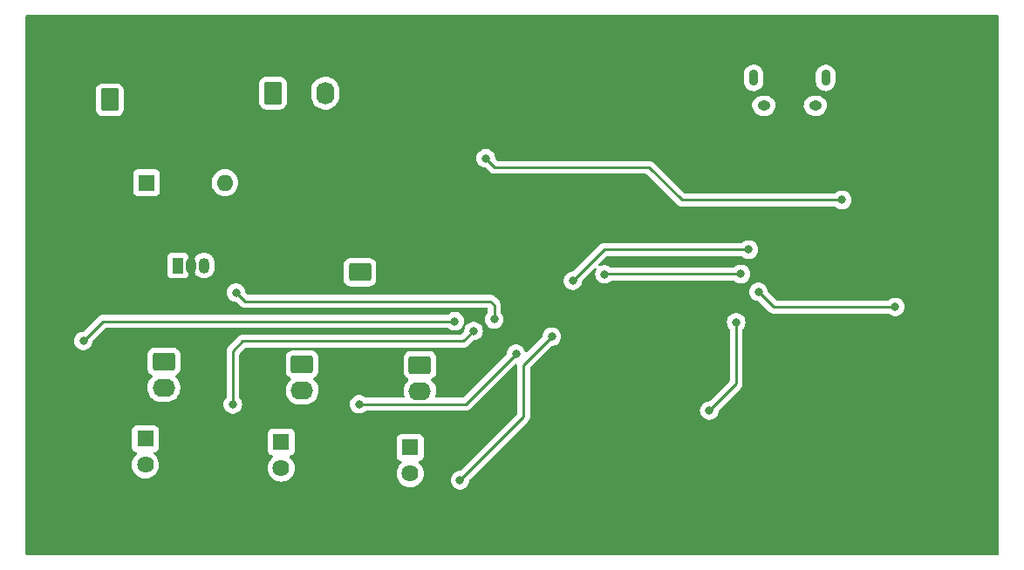
<source format=gbr>
%TF.GenerationSoftware,KiCad,Pcbnew,7.0.10*%
%TF.CreationDate,2024-03-26T16:58:00-05:00*%
%TF.ProjectId,shematic for power and light system,7368656d-6174-4696-9320-666f7220706f,rev?*%
%TF.SameCoordinates,Original*%
%TF.FileFunction,Copper,L2,Bot*%
%TF.FilePolarity,Positive*%
%FSLAX46Y46*%
G04 Gerber Fmt 4.6, Leading zero omitted, Abs format (unit mm)*
G04 Created by KiCad (PCBNEW 7.0.10) date 2024-03-26 16:58:00*
%MOMM*%
%LPD*%
G01*
G04 APERTURE LIST*
G04 Aperture macros list*
%AMRoundRect*
0 Rectangle with rounded corners*
0 $1 Rounding radius*
0 $2 $3 $4 $5 $6 $7 $8 $9 X,Y pos of 4 corners*
0 Add a 4 corners polygon primitive as box body*
4,1,4,$2,$3,$4,$5,$6,$7,$8,$9,$2,$3,0*
0 Add four circle primitives for the rounded corners*
1,1,$1+$1,$2,$3*
1,1,$1+$1,$4,$5*
1,1,$1+$1,$6,$7*
1,1,$1+$1,$8,$9*
0 Add four rect primitives between the rounded corners*
20,1,$1+$1,$2,$3,$4,$5,0*
20,1,$1+$1,$4,$5,$6,$7,0*
20,1,$1+$1,$6,$7,$8,$9,0*
20,1,$1+$1,$8,$9,$2,$3,0*%
G04 Aperture macros list end*
%TA.AperFunction,ComponentPad*%
%ADD10RoundRect,0.250000X0.845000X-0.620000X0.845000X0.620000X-0.845000X0.620000X-0.845000X-0.620000X0*%
%TD*%
%TA.AperFunction,ComponentPad*%
%ADD11O,2.190000X1.740000*%
%TD*%
%TA.AperFunction,ComponentPad*%
%ADD12O,0.890000X1.550000*%
%TD*%
%TA.AperFunction,ComponentPad*%
%ADD13O,1.250000X0.950000*%
%TD*%
%TA.AperFunction,ComponentPad*%
%ADD14RoundRect,0.250000X-0.845000X0.620000X-0.845000X-0.620000X0.845000X-0.620000X0.845000X0.620000X0*%
%TD*%
%TA.AperFunction,ComponentPad*%
%ADD15R,1.625600X1.625600*%
%TD*%
%TA.AperFunction,ComponentPad*%
%ADD16C,1.625600*%
%TD*%
%TA.AperFunction,ComponentPad*%
%ADD17R,1.070000X1.500000*%
%TD*%
%TA.AperFunction,ComponentPad*%
%ADD18O,1.070000X1.500000*%
%TD*%
%TA.AperFunction,ComponentPad*%
%ADD19R,1.600000X1.600000*%
%TD*%
%TA.AperFunction,ComponentPad*%
%ADD20O,1.600000X1.600000*%
%TD*%
%TA.AperFunction,ComponentPad*%
%ADD21RoundRect,0.250000X-0.620000X-0.845000X0.620000X-0.845000X0.620000X0.845000X-0.620000X0.845000X0*%
%TD*%
%TA.AperFunction,ComponentPad*%
%ADD22O,1.740000X2.190000*%
%TD*%
%TA.AperFunction,ViaPad*%
%ADD23C,0.800000*%
%TD*%
%TA.AperFunction,Conductor*%
%ADD24C,0.254000*%
%TD*%
G04 APERTURE END LIST*
D10*
%TO.P,BlueTooth1,1,Pin_1*%
%TO.N,Net-(BlueTooth1-Pin_1)*%
X142615398Y-100277915D03*
D11*
%TO.P,BlueTooth1,2,Pin_2*%
%TO.N,GND*%
X142615398Y-97737915D03*
%TD*%
D12*
%TO.P,J1,6,Shield*%
%TO.N,unconnected-(J1-Shield-Pad6)*%
X187829553Y-81403458D03*
D13*
X186829553Y-84103458D03*
X181829553Y-84103458D03*
D12*
X180829553Y-81403458D03*
%TD*%
D14*
%TO.P,LED2,1,Pin_1*%
%TO.N,/+*%
X137014557Y-109228516D03*
D11*
%TO.P,LED2,2,Pin_2*%
%TO.N,Net-(LED2-Pin_2)*%
X137014557Y-111768516D03*
%TD*%
D15*
%TO.P,Q4,1,G*%
%TO.N,Net-(Q4-G)*%
X134990157Y-116761054D03*
D16*
%TO.P,Q4,2,D*%
%TO.N,Net-(LED2-Pin_2)*%
X134990157Y-119301054D03*
%TO.P,Q4,3,S*%
%TO.N,GND*%
X134990157Y-121841054D03*
%TD*%
D15*
%TO.P,Q1,1,G*%
%TO.N,Net-(Q1-G)*%
X121797815Y-116457394D03*
D16*
%TO.P,Q1,2,D*%
%TO.N,/-*%
X121797815Y-118997394D03*
%TO.P,Q1,3,S*%
%TO.N,GND*%
X121797815Y-121537394D03*
%TD*%
D17*
%TO.P,U2,1,VI*%
%TO.N,/out+*%
X124959876Y-99619985D03*
D18*
%TO.P,U2,2,GND*%
%TO.N,GND*%
X126229876Y-99619985D03*
%TO.P,U2,3,VO*%
%TO.N,+3V3*%
X127499876Y-99619985D03*
%TD*%
D14*
%TO.P,LED3,1,Pin_1*%
%TO.N,/+*%
X148452419Y-109286497D03*
D11*
%TO.P,LED3,2,Pin_2*%
%TO.N,Net-(LED3-Pin_2)*%
X148452419Y-111826497D03*
%TD*%
D19*
%TO.P,SW1,1*%
%TO.N,/+*%
X121904276Y-91572994D03*
D20*
%TO.P,SW1,2*%
%TO.N,/in+*%
X129524276Y-91572994D03*
%TD*%
D21*
%TO.P,+12V1,1,Pin_1*%
%TO.N,/+*%
X118339464Y-83526003D03*
D22*
%TO.P,+12V1,2,Pin_2*%
%TO.N,GND*%
X120879464Y-83526003D03*
%TD*%
D15*
%TO.P,Q5,1,G*%
%TO.N,Net-(Q5-G)*%
X147501475Y-117303843D03*
D16*
%TO.P,Q5,2,D*%
%TO.N,Net-(LED3-Pin_2)*%
X147501475Y-119843843D03*
%TO.P,Q5,3,S*%
%TO.N,GND*%
X147501475Y-122383843D03*
%TD*%
D14*
%TO.P,LED1,1,Pin_1*%
%TO.N,/+*%
X123586035Y-108958596D03*
D11*
%TO.P,LED1,2,Pin_2*%
%TO.N,/-*%
X123586035Y-111498596D03*
%TD*%
D21*
%TO.P,Buck_Converter1,1,Pin_1*%
%TO.N,/in+*%
X134180397Y-82868073D03*
D22*
%TO.P,Buck_Converter1,2,Pin_2*%
%TO.N,GND*%
X136720397Y-82868073D03*
%TO.P,Buck_Converter1,3,Pin_3*%
%TO.N,/out+*%
X139260397Y-82868073D03*
%TO.P,Buck_Converter1,4,Pin_4*%
%TO.N,GND*%
X141800397Y-82868073D03*
%TD*%
D23*
%TO.N,GND*%
X203200000Y-101600000D03*
X184104798Y-91875356D03*
%TO.N,/CHIP_PU*%
X189429055Y-93254972D03*
X154834303Y-89206171D03*
%TO.N,/GPIO0_STRAPPING*%
X176535350Y-113723908D03*
X194592549Y-103651916D03*
X181306485Y-102182351D03*
X179144577Y-105131453D03*
%TO.N,/D+*%
X163299295Y-101105146D03*
X180364240Y-98076043D03*
%TO.N,/D-*%
X179599466Y-100445342D03*
X166373384Y-100475333D03*
%TO.N,+3V3*%
X130603956Y-102252306D03*
X155661533Y-104861533D03*
%TO.N,/GPIO15*%
X115780847Y-106953414D03*
X151837666Y-105041480D03*
%TO.N,/GPIO3_STRAPPING*%
X161249854Y-106533538D03*
X152342492Y-120479407D03*
%TO.N,/GPIO16*%
X153659626Y-105986200D03*
X130289049Y-113116588D03*
%TO.N,/GPIO17*%
X142547918Y-113099117D03*
X157775907Y-108195570D03*
%TD*%
D24*
%TO.N,GND*%
X193475356Y-91875356D02*
X203200000Y-101600000D01*
X184104798Y-91875356D02*
X193475356Y-91875356D01*
%TO.N,/CHIP_PU*%
X173863666Y-93254972D02*
X170692105Y-90083411D01*
X170692105Y-90083411D02*
X155711543Y-90083411D01*
X189429055Y-93254972D02*
X173863666Y-93254972D01*
X155711543Y-90083411D02*
X154834303Y-89206171D01*
%TO.N,/GPIO0_STRAPPING*%
X194592549Y-103651916D02*
X182776050Y-103651916D01*
X179144577Y-111114681D02*
X179144577Y-105131453D01*
X182776050Y-103651916D02*
X181306485Y-102182351D01*
X176535350Y-113723908D02*
X179144577Y-111114681D01*
%TO.N,/D+*%
X166328398Y-98076043D02*
X163299295Y-101105146D01*
X180364240Y-98076043D02*
X166328398Y-98076043D01*
%TO.N,/D-*%
X166403375Y-100445342D02*
X166373384Y-100475333D01*
X179599466Y-100445342D02*
X166403375Y-100445342D01*
%TO.N,+3V3*%
X155279147Y-103084560D02*
X131436210Y-103084560D01*
X155661533Y-103466946D02*
X155279147Y-103084560D01*
X131436210Y-103084560D02*
X130603956Y-102252306D01*
X155661533Y-104861533D02*
X155661533Y-103466946D01*
%TO.N,/GPIO15*%
X115780847Y-106953414D02*
X117692781Y-105041480D01*
X117692781Y-105041480D02*
X151837666Y-105041480D01*
%TO.N,/GPIO3_STRAPPING*%
X158502907Y-114318992D02*
X158502907Y-109280485D01*
X152342492Y-120479407D02*
X158502907Y-114318992D01*
X158502907Y-109280485D02*
X161249854Y-106533538D01*
%TO.N,/GPIO16*%
X130289049Y-107943121D02*
X131256263Y-106975907D01*
X130289049Y-113116588D02*
X130289049Y-107943121D01*
X152669919Y-106975907D02*
X153659626Y-105986200D01*
X131256263Y-106975907D02*
X152669919Y-106975907D01*
%TO.N,/GPIO17*%
X152872360Y-113099117D02*
X157775907Y-108195570D01*
X142547918Y-113099117D02*
X152872360Y-113099117D01*
%TD*%
%TA.AperFunction,Conductor*%
%TO.N,GND*%
G36*
X204569503Y-75305544D02*
G01*
X204615258Y-75358348D01*
X204626464Y-75409859D01*
X204626464Y-127633887D01*
X204606779Y-127700926D01*
X204553975Y-127746681D01*
X204502464Y-127757887D01*
X110305869Y-127757887D01*
X110238830Y-127738202D01*
X110193075Y-127685398D01*
X110181869Y-127633887D01*
X110181869Y-118997395D01*
X120479498Y-118997395D01*
X120499525Y-119226311D01*
X120499527Y-119226322D01*
X120558999Y-119448277D01*
X120559001Y-119448281D01*
X120559002Y-119448285D01*
X120636705Y-119614920D01*
X120656119Y-119656553D01*
X120656123Y-119656559D01*
X120722914Y-119751946D01*
X120787926Y-119844792D01*
X120950417Y-120007283D01*
X121138656Y-120139090D01*
X121346924Y-120236207D01*
X121568892Y-120295683D01*
X121732408Y-120309988D01*
X121797813Y-120315711D01*
X121797815Y-120315711D01*
X121797817Y-120315711D01*
X121855045Y-120310704D01*
X122026738Y-120295683D01*
X122248706Y-120236207D01*
X122456974Y-120139090D01*
X122645213Y-120007283D01*
X122807704Y-119844792D01*
X122939511Y-119656553D01*
X123036628Y-119448285D01*
X123076078Y-119301055D01*
X133671840Y-119301055D01*
X133691867Y-119529971D01*
X133691869Y-119529982D01*
X133751341Y-119751937D01*
X133751343Y-119751941D01*
X133751344Y-119751945D01*
X133848461Y-119960213D01*
X133980268Y-120148452D01*
X134142759Y-120310943D01*
X134330998Y-120442750D01*
X134539266Y-120539867D01*
X134761234Y-120599343D01*
X134924750Y-120613648D01*
X134990155Y-120619371D01*
X134990157Y-120619371D01*
X134990159Y-120619371D01*
X135047387Y-120614364D01*
X135219080Y-120599343D01*
X135441048Y-120539867D01*
X135649316Y-120442750D01*
X135837555Y-120310943D01*
X136000046Y-120148452D01*
X136131853Y-119960213D01*
X136186117Y-119843844D01*
X146183158Y-119843844D01*
X146203185Y-120072760D01*
X146203187Y-120072771D01*
X146262659Y-120294726D01*
X146262661Y-120294730D01*
X146262662Y-120294734D01*
X146359779Y-120503002D01*
X146491586Y-120691241D01*
X146654077Y-120853732D01*
X146842316Y-120985539D01*
X147050584Y-121082656D01*
X147272552Y-121142132D01*
X147436068Y-121156437D01*
X147501473Y-121162160D01*
X147501475Y-121162160D01*
X147501477Y-121162160D01*
X147558705Y-121157153D01*
X147730398Y-121142132D01*
X147952366Y-121082656D01*
X148160634Y-120985539D01*
X148348873Y-120853732D01*
X148511364Y-120691241D01*
X148643171Y-120503002D01*
X148740288Y-120294734D01*
X148799764Y-120072766D01*
X148819792Y-119843843D01*
X148799764Y-119614920D01*
X148740288Y-119392952D01*
X148643171Y-119184685D01*
X148564363Y-119072136D01*
X148511367Y-118996449D01*
X148511362Y-118996443D01*
X148348872Y-118833953D01*
X148344728Y-118830476D01*
X148346330Y-118828565D01*
X148309265Y-118782160D01*
X148302097Y-118712659D01*
X148333642Y-118650316D01*
X148393884Y-118614924D01*
X148410778Y-118611914D01*
X148421758Y-118610734D01*
X148556606Y-118560439D01*
X148671821Y-118474189D01*
X148758071Y-118358974D01*
X148808366Y-118224126D01*
X148814775Y-118164516D01*
X148814774Y-116443171D01*
X148808366Y-116383560D01*
X148758071Y-116248712D01*
X148758070Y-116248711D01*
X148758068Y-116248707D01*
X148671822Y-116133498D01*
X148671819Y-116133495D01*
X148556610Y-116047249D01*
X148556603Y-116047245D01*
X148421757Y-115996951D01*
X148421758Y-115996951D01*
X148362158Y-115990544D01*
X148362156Y-115990543D01*
X148362148Y-115990543D01*
X148362139Y-115990543D01*
X146640804Y-115990543D01*
X146640798Y-115990544D01*
X146581191Y-115996951D01*
X146446346Y-116047245D01*
X146446339Y-116047249D01*
X146331130Y-116133495D01*
X146331127Y-116133498D01*
X146244881Y-116248707D01*
X146244877Y-116248714D01*
X146194583Y-116383560D01*
X146188176Y-116443159D01*
X146188176Y-116443166D01*
X146188175Y-116443178D01*
X146188175Y-118164513D01*
X146188176Y-118164519D01*
X146194583Y-118224126D01*
X146244877Y-118358971D01*
X146244881Y-118358978D01*
X146331127Y-118474187D01*
X146331130Y-118474190D01*
X146446339Y-118560436D01*
X146446346Y-118560440D01*
X146581189Y-118610733D01*
X146581192Y-118610734D01*
X146592171Y-118611914D01*
X146656720Y-118638648D01*
X146696571Y-118696039D01*
X146699068Y-118765864D01*
X146663418Y-118825954D01*
X146658076Y-118830288D01*
X146658229Y-118830470D01*
X146654075Y-118833955D01*
X146491587Y-118996443D01*
X146491582Y-118996449D01*
X146359779Y-119184683D01*
X146359778Y-119184685D01*
X146262663Y-119392950D01*
X146262659Y-119392959D01*
X146203187Y-119614914D01*
X146203185Y-119614925D01*
X146183158Y-119843841D01*
X146183158Y-119843844D01*
X136186117Y-119843844D01*
X136228970Y-119751945D01*
X136288446Y-119529977D01*
X136308474Y-119301054D01*
X136288446Y-119072131D01*
X136228970Y-118850163D01*
X136131853Y-118641896D01*
X136110859Y-118611914D01*
X136000049Y-118453660D01*
X136000044Y-118453654D01*
X135837554Y-118291164D01*
X135833410Y-118287687D01*
X135835012Y-118285776D01*
X135797947Y-118239371D01*
X135790779Y-118169870D01*
X135822324Y-118107527D01*
X135882566Y-118072135D01*
X135899460Y-118069125D01*
X135910440Y-118067945D01*
X136045288Y-118017650D01*
X136160503Y-117931400D01*
X136246753Y-117816185D01*
X136297048Y-117681337D01*
X136303457Y-117621727D01*
X136303456Y-115900382D01*
X136297048Y-115840771D01*
X136246753Y-115705923D01*
X136246752Y-115705922D01*
X136246750Y-115705918D01*
X136160504Y-115590709D01*
X136160501Y-115590706D01*
X136045292Y-115504460D01*
X136045285Y-115504456D01*
X135910439Y-115454162D01*
X135910440Y-115454162D01*
X135850840Y-115447755D01*
X135850838Y-115447754D01*
X135850830Y-115447754D01*
X135850821Y-115447754D01*
X134129486Y-115447754D01*
X134129480Y-115447755D01*
X134069873Y-115454162D01*
X133935028Y-115504456D01*
X133935021Y-115504460D01*
X133819812Y-115590706D01*
X133819809Y-115590709D01*
X133733563Y-115705918D01*
X133733559Y-115705925D01*
X133683265Y-115840771D01*
X133676858Y-115900370D01*
X133676858Y-115900377D01*
X133676857Y-115900389D01*
X133676857Y-117621724D01*
X133676858Y-117621730D01*
X133683265Y-117681337D01*
X133733559Y-117816182D01*
X133733563Y-117816189D01*
X133819809Y-117931398D01*
X133819812Y-117931401D01*
X133935021Y-118017647D01*
X133935028Y-118017651D01*
X134069871Y-118067944D01*
X134069874Y-118067945D01*
X134080853Y-118069125D01*
X134145402Y-118095859D01*
X134185253Y-118153250D01*
X134187750Y-118223075D01*
X134152100Y-118283165D01*
X134146758Y-118287499D01*
X134146911Y-118287681D01*
X134142757Y-118291166D01*
X133980269Y-118453654D01*
X133980264Y-118453660D01*
X133848461Y-118641894D01*
X133848460Y-118641896D01*
X133751345Y-118850161D01*
X133751341Y-118850170D01*
X133691869Y-119072125D01*
X133691867Y-119072136D01*
X133671840Y-119301052D01*
X133671840Y-119301055D01*
X123076078Y-119301055D01*
X123096104Y-119226317D01*
X123116132Y-118997394D01*
X123096104Y-118768471D01*
X123036628Y-118546503D01*
X122939511Y-118338236D01*
X122906552Y-118291166D01*
X122807707Y-118150000D01*
X122807702Y-118149994D01*
X122645212Y-117987504D01*
X122641068Y-117984027D01*
X122642670Y-117982116D01*
X122605605Y-117935711D01*
X122598437Y-117866210D01*
X122629982Y-117803867D01*
X122690224Y-117768475D01*
X122707118Y-117765465D01*
X122718098Y-117764285D01*
X122852946Y-117713990D01*
X122968161Y-117627740D01*
X123054411Y-117512525D01*
X123104706Y-117377677D01*
X123111115Y-117318067D01*
X123111114Y-115596722D01*
X123104706Y-115537111D01*
X123092527Y-115504458D01*
X123054412Y-115402265D01*
X123054408Y-115402258D01*
X122968162Y-115287049D01*
X122968159Y-115287046D01*
X122852950Y-115200800D01*
X122852943Y-115200796D01*
X122718097Y-115150502D01*
X122718098Y-115150502D01*
X122658498Y-115144095D01*
X122658496Y-115144094D01*
X122658488Y-115144094D01*
X122658479Y-115144094D01*
X120937144Y-115144094D01*
X120937138Y-115144095D01*
X120877531Y-115150502D01*
X120742686Y-115200796D01*
X120742679Y-115200800D01*
X120627470Y-115287046D01*
X120627467Y-115287049D01*
X120541221Y-115402258D01*
X120541217Y-115402265D01*
X120490923Y-115537111D01*
X120485161Y-115590708D01*
X120484516Y-115596717D01*
X120484515Y-115596729D01*
X120484515Y-117318064D01*
X120484516Y-117318070D01*
X120490923Y-117377677D01*
X120541217Y-117512522D01*
X120541221Y-117512529D01*
X120627467Y-117627738D01*
X120627470Y-117627741D01*
X120742679Y-117713987D01*
X120742686Y-117713991D01*
X120877529Y-117764284D01*
X120877532Y-117764285D01*
X120888511Y-117765465D01*
X120953060Y-117792199D01*
X120992911Y-117849590D01*
X120995408Y-117919415D01*
X120959758Y-117979505D01*
X120954416Y-117983839D01*
X120954569Y-117984021D01*
X120950415Y-117987506D01*
X120787927Y-118149994D01*
X120787922Y-118150000D01*
X120656119Y-118338234D01*
X120656118Y-118338236D01*
X120559003Y-118546501D01*
X120558999Y-118546510D01*
X120499527Y-118768465D01*
X120499525Y-118768476D01*
X120479498Y-118997392D01*
X120479498Y-118997395D01*
X110181869Y-118997395D01*
X110181869Y-113116588D01*
X129383589Y-113116588D01*
X129403375Y-113304844D01*
X129403376Y-113304847D01*
X129461867Y-113484865D01*
X129461870Y-113484872D01*
X129556516Y-113648804D01*
X129683178Y-113789476D01*
X129836314Y-113900736D01*
X129836319Y-113900739D01*
X130009241Y-113977730D01*
X130009246Y-113977732D01*
X130194403Y-114017088D01*
X130194404Y-114017088D01*
X130383693Y-114017088D01*
X130383695Y-114017088D01*
X130568852Y-113977732D01*
X130741779Y-113900739D01*
X130894920Y-113789476D01*
X131021582Y-113648804D01*
X131116228Y-113484872D01*
X131174723Y-113304844D01*
X131194509Y-113116588D01*
X131174723Y-112928332D01*
X131116228Y-112748304D01*
X131021582Y-112584372D01*
X130948399Y-112503094D01*
X130918169Y-112440103D01*
X130916549Y-112420122D01*
X130916549Y-111710140D01*
X135415341Y-111710140D01*
X135425242Y-111943216D01*
X135425243Y-111943225D01*
X135474393Y-112171282D01*
X135474394Y-112171285D01*
X135541926Y-112339344D01*
X135561378Y-112387751D01*
X135683695Y-112586407D01*
X135829390Y-112751949D01*
X135837827Y-112761535D01*
X135837830Y-112761538D01*
X136019330Y-112908089D01*
X136019336Y-112908094D01*
X136223002Y-113021869D01*
X136223005Y-113021870D01*
X136442973Y-113099589D01*
X136571282Y-113121590D01*
X136672901Y-113139015D01*
X136672910Y-113139016D01*
X137297772Y-113139016D01*
X137297773Y-113139016D01*
X137297774Y-113139015D01*
X137297791Y-113139015D01*
X137472003Y-113124187D01*
X137472003Y-113124186D01*
X137472010Y-113124186D01*
X137568288Y-113099117D01*
X141642458Y-113099117D01*
X141662244Y-113287373D01*
X141662245Y-113287376D01*
X141720736Y-113467394D01*
X141720739Y-113467401D01*
X141815385Y-113631333D01*
X141903142Y-113728797D01*
X141942047Y-113772005D01*
X142095183Y-113883265D01*
X142095188Y-113883268D01*
X142268110Y-113960259D01*
X142268115Y-113960261D01*
X142453272Y-113999617D01*
X142453273Y-113999617D01*
X142642562Y-113999617D01*
X142642564Y-113999617D01*
X142827721Y-113960261D01*
X143000648Y-113883268D01*
X143153789Y-113772005D01*
X143157717Y-113767642D01*
X143217204Y-113730996D01*
X143249865Y-113726617D01*
X152789393Y-113726617D01*
X152805041Y-113728344D01*
X152805068Y-113728063D01*
X152812835Y-113728797D01*
X152812836Y-113728796D01*
X152812837Y-113728797D01*
X152880279Y-113726678D01*
X152884173Y-113726617D01*
X152911832Y-113726617D01*
X152911836Y-113726617D01*
X152915834Y-113726111D01*
X152927474Y-113725194D01*
X152971303Y-113723818D01*
X152990632Y-113718201D01*
X153009688Y-113714254D01*
X153029653Y-113711733D01*
X153070415Y-113695593D01*
X153081452Y-113691815D01*
X153123551Y-113679585D01*
X153140875Y-113669338D01*
X153158343Y-113660780D01*
X153177063Y-113653370D01*
X153212537Y-113627595D01*
X153222275Y-113621198D01*
X153260016Y-113598880D01*
X153274257Y-113584637D01*
X153289038Y-113572014D01*
X153305327Y-113560180D01*
X153333264Y-113526407D01*
X153341116Y-113517778D01*
X157660871Y-109198024D01*
X157722192Y-109164541D01*
X157791884Y-109169525D01*
X157847817Y-109211397D01*
X157871999Y-109274034D01*
X157874856Y-109304249D01*
X157875407Y-109315922D01*
X157875407Y-114007711D01*
X157855722Y-114074750D01*
X157839088Y-114095392D01*
X152391892Y-119542588D01*
X152330569Y-119576073D01*
X152304211Y-119578907D01*
X152247846Y-119578907D01*
X152215389Y-119585805D01*
X152062689Y-119618262D01*
X152062684Y-119618264D01*
X151889762Y-119695255D01*
X151889757Y-119695258D01*
X151736621Y-119806518D01*
X151609958Y-119947192D01*
X151515313Y-120111122D01*
X151515310Y-120111129D01*
X151456819Y-120291147D01*
X151456818Y-120291151D01*
X151437032Y-120479407D01*
X151456818Y-120667663D01*
X151456819Y-120667666D01*
X151515310Y-120847684D01*
X151515313Y-120847691D01*
X151609959Y-121011623D01*
X151727468Y-121142130D01*
X151736621Y-121152295D01*
X151889757Y-121263555D01*
X151889762Y-121263558D01*
X152062684Y-121340549D01*
X152062689Y-121340551D01*
X152247846Y-121379907D01*
X152247847Y-121379907D01*
X152437136Y-121379907D01*
X152437138Y-121379907D01*
X152622295Y-121340551D01*
X152795222Y-121263558D01*
X152948363Y-121152295D01*
X153075025Y-121011623D01*
X153169671Y-120847691D01*
X153228166Y-120667663D01*
X153245481Y-120502912D01*
X153272064Y-120438301D01*
X153281111Y-120428205D01*
X158887950Y-114821366D01*
X158900232Y-114811529D01*
X158900051Y-114811310D01*
X158906064Y-114806334D01*
X158906069Y-114806332D01*
X158952291Y-114757108D01*
X158954940Y-114754376D01*
X158974530Y-114734788D01*
X158977003Y-114731598D01*
X158984589Y-114722714D01*
X159014600Y-114690759D01*
X159024296Y-114673120D01*
X159034980Y-114656853D01*
X159047315Y-114640954D01*
X159064724Y-114600720D01*
X159069862Y-114590235D01*
X159090976Y-114551832D01*
X159090976Y-114551830D01*
X159090979Y-114551826D01*
X159095985Y-114532326D01*
X159102289Y-114513916D01*
X159110277Y-114495457D01*
X159110280Y-114495451D01*
X159114474Y-114468969D01*
X159117137Y-114452158D01*
X159119503Y-114440729D01*
X159130407Y-114398264D01*
X159130407Y-114378127D01*
X159131934Y-114358727D01*
X159135081Y-114338859D01*
X159130957Y-114295230D01*
X159130407Y-114283561D01*
X159130407Y-113723908D01*
X175629890Y-113723908D01*
X175649676Y-113912164D01*
X175649677Y-113912167D01*
X175708168Y-114092185D01*
X175708171Y-114092192D01*
X175802817Y-114256124D01*
X175903884Y-114368370D01*
X175929479Y-114396796D01*
X176082615Y-114508056D01*
X176082620Y-114508059D01*
X176255542Y-114585050D01*
X176255547Y-114585052D01*
X176440704Y-114624408D01*
X176440705Y-114624408D01*
X176629994Y-114624408D01*
X176629996Y-114624408D01*
X176815153Y-114585052D01*
X176988080Y-114508059D01*
X177141221Y-114396796D01*
X177267883Y-114256124D01*
X177362529Y-114092192D01*
X177421024Y-113912164D01*
X177438339Y-113747413D01*
X177464922Y-113682802D01*
X177473969Y-113672706D01*
X179529620Y-111617055D01*
X179541902Y-111607218D01*
X179541721Y-111606999D01*
X179547734Y-111602023D01*
X179547739Y-111602021D01*
X179593961Y-111552797D01*
X179596610Y-111550065D01*
X179616200Y-111530477D01*
X179618673Y-111527287D01*
X179626259Y-111518403D01*
X179656270Y-111486448D01*
X179665966Y-111468809D01*
X179676650Y-111452542D01*
X179688985Y-111436643D01*
X179706394Y-111396409D01*
X179711532Y-111385924D01*
X179732646Y-111347521D01*
X179732647Y-111347518D01*
X179732649Y-111347515D01*
X179737658Y-111328003D01*
X179743955Y-111309613D01*
X179751950Y-111291140D01*
X179758807Y-111247838D01*
X179761172Y-111236420D01*
X179772077Y-111193953D01*
X179772077Y-111173822D01*
X179773604Y-111154422D01*
X179774418Y-111149281D01*
X179776752Y-111134548D01*
X179772627Y-111090911D01*
X179772077Y-111079242D01*
X179772077Y-105827918D01*
X179791762Y-105760879D01*
X179803920Y-105744953D01*
X179877110Y-105663669D01*
X179971756Y-105499737D01*
X180030251Y-105319709D01*
X180050037Y-105131453D01*
X180030251Y-104943197D01*
X179971756Y-104763169D01*
X179877110Y-104599237D01*
X179750448Y-104458565D01*
X179750447Y-104458564D01*
X179597311Y-104347304D01*
X179597306Y-104347301D01*
X179424384Y-104270310D01*
X179424379Y-104270308D01*
X179244647Y-104232106D01*
X179239223Y-104230953D01*
X179049931Y-104230953D01*
X179044507Y-104232106D01*
X178864774Y-104270308D01*
X178864769Y-104270310D01*
X178691847Y-104347301D01*
X178691842Y-104347304D01*
X178538706Y-104458564D01*
X178412043Y-104599238D01*
X178317398Y-104763168D01*
X178317395Y-104763175D01*
X178288138Y-104853220D01*
X178258903Y-104943197D01*
X178239117Y-105131453D01*
X178258903Y-105319709D01*
X178258904Y-105319712D01*
X178317395Y-105499730D01*
X178317398Y-105499737D01*
X178385628Y-105617916D01*
X178412044Y-105663669D01*
X178485228Y-105744947D01*
X178515457Y-105807937D01*
X178517077Y-105827918D01*
X178517077Y-110803400D01*
X178497392Y-110870439D01*
X178480758Y-110891081D01*
X176584750Y-112787089D01*
X176523427Y-112820574D01*
X176497069Y-112823408D01*
X176440704Y-112823408D01*
X176411262Y-112829666D01*
X176255547Y-112862763D01*
X176255542Y-112862765D01*
X176082620Y-112939756D01*
X176082615Y-112939759D01*
X175929479Y-113051019D01*
X175802816Y-113191693D01*
X175708171Y-113355623D01*
X175708168Y-113355630D01*
X175649677Y-113535648D01*
X175649676Y-113535652D01*
X175629890Y-113723908D01*
X159130407Y-113723908D01*
X159130407Y-109591766D01*
X159150092Y-109524727D01*
X159166726Y-109504085D01*
X161200454Y-107470357D01*
X161261777Y-107436872D01*
X161288135Y-107434038D01*
X161344498Y-107434038D01*
X161344500Y-107434038D01*
X161529657Y-107394682D01*
X161702584Y-107317689D01*
X161855725Y-107206426D01*
X161982387Y-107065754D01*
X162077033Y-106901822D01*
X162135528Y-106721794D01*
X162155314Y-106533538D01*
X162135528Y-106345282D01*
X162077033Y-106165254D01*
X161982387Y-106001322D01*
X161855725Y-105860650D01*
X161855724Y-105860649D01*
X161702588Y-105749389D01*
X161702583Y-105749386D01*
X161529661Y-105672395D01*
X161529656Y-105672393D01*
X161383855Y-105641403D01*
X161344500Y-105633038D01*
X161155208Y-105633038D01*
X161122751Y-105639936D01*
X160970051Y-105672393D01*
X160970046Y-105672395D01*
X160797124Y-105749386D01*
X160797119Y-105749389D01*
X160643983Y-105860649D01*
X160517320Y-106001323D01*
X160422675Y-106165253D01*
X160422672Y-106165260D01*
X160374965Y-106312088D01*
X160364180Y-106345282D01*
X160356153Y-106421654D01*
X160346865Y-106510027D01*
X160320280Y-106574641D01*
X160311225Y-106584746D01*
X158860351Y-108035620D01*
X158799028Y-108069105D01*
X158729336Y-108064121D01*
X158673403Y-108022249D01*
X158654739Y-107986257D01*
X158653252Y-107981682D01*
X158634268Y-107923254D01*
X158603088Y-107827291D01*
X158603085Y-107827285D01*
X158508440Y-107663354D01*
X158381778Y-107522682D01*
X158381777Y-107522681D01*
X158228641Y-107411421D01*
X158228636Y-107411418D01*
X158055714Y-107334427D01*
X158055709Y-107334425D01*
X157909908Y-107303435D01*
X157870553Y-107295070D01*
X157681261Y-107295070D01*
X157648804Y-107301968D01*
X157496104Y-107334425D01*
X157496099Y-107334427D01*
X157323177Y-107411418D01*
X157323172Y-107411421D01*
X157170036Y-107522681D01*
X157043373Y-107663355D01*
X156948728Y-107827285D01*
X156948725Y-107827292D01*
X156890234Y-108007310D01*
X156890233Y-108007314D01*
X156883739Y-108069105D01*
X156872918Y-108172058D01*
X156846333Y-108236672D01*
X156837278Y-108246777D01*
X152648760Y-112435298D01*
X152587437Y-112468783D01*
X152561079Y-112471617D01*
X150080839Y-112471617D01*
X150013800Y-112451932D01*
X149968045Y-112399128D01*
X149958101Y-112329970D01*
X149962270Y-112311321D01*
X150022002Y-112116277D01*
X150051635Y-111884873D01*
X150041733Y-111651790D01*
X149992583Y-111423732D01*
X149905598Y-111207262D01*
X149783281Y-111008606D01*
X149629150Y-110833479D01*
X149629148Y-110833477D01*
X149629145Y-110833474D01*
X149589127Y-110801162D01*
X149549334Y-110743732D01*
X149546907Y-110673904D01*
X149582618Y-110613850D01*
X149614634Y-110592298D01*
X149616745Y-110591313D01*
X149616753Y-110591311D01*
X149766075Y-110499209D01*
X149890131Y-110375153D01*
X149982233Y-110225831D01*
X150037418Y-110059294D01*
X150047919Y-109956506D01*
X150047918Y-108616489D01*
X150037418Y-108513700D01*
X149982233Y-108347163D01*
X149890131Y-108197841D01*
X149766075Y-108073785D01*
X149616753Y-107981683D01*
X149450216Y-107926498D01*
X149450214Y-107926497D01*
X149347429Y-107915997D01*
X147557417Y-107915997D01*
X147557400Y-107915998D01*
X147454622Y-107926497D01*
X147454619Y-107926498D01*
X147288087Y-107981682D01*
X147288082Y-107981684D01*
X147138761Y-108073786D01*
X147014708Y-108197839D01*
X146922606Y-108347160D01*
X146922605Y-108347163D01*
X146867420Y-108513700D01*
X146867420Y-108513701D01*
X146867419Y-108513701D01*
X146856919Y-108616480D01*
X146856919Y-109956498D01*
X146856920Y-109956515D01*
X146867419Y-110059293D01*
X146867420Y-110059296D01*
X146922604Y-110225828D01*
X146922606Y-110225833D01*
X146946434Y-110264464D01*
X147014707Y-110375153D01*
X147138763Y-110499209D01*
X147288085Y-110591311D01*
X147288093Y-110591313D01*
X147290348Y-110592365D01*
X147291643Y-110593505D01*
X147294232Y-110595102D01*
X147293959Y-110595544D01*
X147342791Y-110638533D01*
X147361949Y-110705725D01*
X147341739Y-110772608D01*
X147323754Y-110794274D01*
X147194902Y-110917769D01*
X147194901Y-110917770D01*
X147056181Y-111105331D01*
X146951152Y-111313644D01*
X146951149Y-111313650D01*
X146882835Y-111536720D01*
X146853203Y-111768121D01*
X146863104Y-112001197D01*
X146863105Y-112001206D01*
X146912255Y-112229263D01*
X146912256Y-112229266D01*
X146941235Y-112301383D01*
X146947966Y-112370928D01*
X146916030Y-112433072D01*
X146855566Y-112468084D01*
X146826177Y-112471617D01*
X143249865Y-112471617D01*
X143182826Y-112451932D01*
X143157718Y-112430593D01*
X143153789Y-112426229D01*
X143153787Y-112426228D01*
X143153785Y-112426225D01*
X143153782Y-112426223D01*
X143000652Y-112314968D01*
X143000647Y-112314965D01*
X142827725Y-112237974D01*
X142827720Y-112237972D01*
X142681919Y-112206982D01*
X142642564Y-112198617D01*
X142453272Y-112198617D01*
X142420815Y-112205515D01*
X142268115Y-112237972D01*
X142268110Y-112237974D01*
X142095188Y-112314965D01*
X142095183Y-112314968D01*
X141942047Y-112426228D01*
X141815384Y-112566902D01*
X141720739Y-112730832D01*
X141720736Y-112730839D01*
X141663143Y-112908094D01*
X141662244Y-112910861D01*
X141642458Y-113099117D01*
X137568288Y-113099117D01*
X137697776Y-113065401D01*
X137910359Y-112969308D01*
X138103645Y-112838669D01*
X138272073Y-112677244D01*
X138410797Y-112489677D01*
X138515827Y-112281363D01*
X138584140Y-112058296D01*
X138613773Y-111826892D01*
X138603871Y-111593809D01*
X138554721Y-111365751D01*
X138467736Y-111149281D01*
X138345419Y-110950625D01*
X138191288Y-110775498D01*
X138191286Y-110775496D01*
X138191283Y-110775493D01*
X138151265Y-110743181D01*
X138111472Y-110685751D01*
X138109045Y-110615923D01*
X138144756Y-110555869D01*
X138176772Y-110534317D01*
X138178883Y-110533332D01*
X138178891Y-110533330D01*
X138328213Y-110441228D01*
X138452269Y-110317172D01*
X138544371Y-110167850D01*
X138599556Y-110001313D01*
X138610057Y-109898525D01*
X138610056Y-108558508D01*
X138599556Y-108455719D01*
X138544371Y-108289182D01*
X138452269Y-108139860D01*
X138328213Y-108015804D01*
X138183424Y-107926498D01*
X138178893Y-107923703D01*
X138178888Y-107923701D01*
X138117557Y-107903378D01*
X138012354Y-107868517D01*
X138012352Y-107868516D01*
X137909567Y-107858016D01*
X136119555Y-107858016D01*
X136119538Y-107858017D01*
X136016760Y-107868516D01*
X136016757Y-107868517D01*
X135850225Y-107923701D01*
X135850220Y-107923703D01*
X135700899Y-108015805D01*
X135576846Y-108139858D01*
X135484744Y-108289179D01*
X135484743Y-108289182D01*
X135429558Y-108455719D01*
X135429558Y-108455720D01*
X135429557Y-108455720D01*
X135419057Y-108558499D01*
X135419057Y-109898517D01*
X135419058Y-109898534D01*
X135429557Y-110001312D01*
X135429558Y-110001315D01*
X135484742Y-110167847D01*
X135484744Y-110167852D01*
X135486876Y-110171308D01*
X135576845Y-110317172D01*
X135700901Y-110441228D01*
X135850223Y-110533330D01*
X135850231Y-110533332D01*
X135852486Y-110534384D01*
X135853781Y-110535524D01*
X135856370Y-110537121D01*
X135856097Y-110537563D01*
X135904929Y-110580552D01*
X135924087Y-110647744D01*
X135903877Y-110714627D01*
X135885892Y-110736293D01*
X135757040Y-110859788D01*
X135757039Y-110859789D01*
X135618319Y-111047350D01*
X135513290Y-111255663D01*
X135513287Y-111255669D01*
X135444973Y-111478739D01*
X135415341Y-111710140D01*
X130916549Y-111710140D01*
X130916549Y-108254402D01*
X130936234Y-108187363D01*
X130952868Y-108166721D01*
X131479863Y-107639726D01*
X131541186Y-107606241D01*
X131567544Y-107603407D01*
X152586952Y-107603407D01*
X152602600Y-107605134D01*
X152602627Y-107604853D01*
X152610394Y-107605587D01*
X152610395Y-107605586D01*
X152610396Y-107605587D01*
X152677838Y-107603468D01*
X152681732Y-107603407D01*
X152709391Y-107603407D01*
X152709395Y-107603407D01*
X152713393Y-107602901D01*
X152725033Y-107601984D01*
X152768862Y-107600608D01*
X152788191Y-107594991D01*
X152807247Y-107591044D01*
X152827212Y-107588523D01*
X152867974Y-107572383D01*
X152879011Y-107568605D01*
X152921110Y-107556375D01*
X152938434Y-107546128D01*
X152955902Y-107537570D01*
X152974622Y-107530160D01*
X153010096Y-107504385D01*
X153019834Y-107497988D01*
X153057575Y-107475670D01*
X153071816Y-107461427D01*
X153086597Y-107448804D01*
X153102886Y-107436970D01*
X153130823Y-107403197D01*
X153138675Y-107394568D01*
X153610226Y-106923019D01*
X153671549Y-106889534D01*
X153697907Y-106886700D01*
X153754270Y-106886700D01*
X153754272Y-106886700D01*
X153939429Y-106847344D01*
X154112356Y-106770351D01*
X154265497Y-106659088D01*
X154392159Y-106518416D01*
X154486805Y-106354484D01*
X154545300Y-106174456D01*
X154565086Y-105986200D01*
X154545300Y-105797944D01*
X154486805Y-105617916D01*
X154392159Y-105453984D01*
X154265497Y-105313312D01*
X154265496Y-105313311D01*
X154112360Y-105202051D01*
X154112355Y-105202048D01*
X153939433Y-105125057D01*
X153939428Y-105125055D01*
X153793627Y-105094065D01*
X153754272Y-105085700D01*
X153564980Y-105085700D01*
X153532523Y-105092598D01*
X153379823Y-105125055D01*
X153379818Y-105125057D01*
X153206896Y-105202048D01*
X153206891Y-105202051D01*
X153053755Y-105313311D01*
X152927092Y-105453985D01*
X152832447Y-105617915D01*
X152832444Y-105617922D01*
X152773953Y-105797940D01*
X152773952Y-105797944D01*
X152770802Y-105827918D01*
X152756637Y-105962689D01*
X152730052Y-106027303D01*
X152720997Y-106037408D01*
X152446317Y-106312089D01*
X152384997Y-106345573D01*
X152358638Y-106348407D01*
X131339230Y-106348407D01*
X131323582Y-106346679D01*
X131323556Y-106346961D01*
X131315788Y-106346226D01*
X131248358Y-106348346D01*
X131244463Y-106348407D01*
X131216782Y-106348407D01*
X131212764Y-106348914D01*
X131201137Y-106349829D01*
X131157321Y-106351206D01*
X131157317Y-106351207D01*
X131137985Y-106356823D01*
X131118945Y-106360766D01*
X131098975Y-106363289D01*
X131098971Y-106363290D01*
X131058216Y-106379426D01*
X131047168Y-106383208D01*
X131005075Y-106395437D01*
X131005068Y-106395440D01*
X130987743Y-106405686D01*
X130970273Y-106414244D01*
X130951561Y-106421652D01*
X130916089Y-106447423D01*
X130906329Y-106453834D01*
X130868609Y-106476141D01*
X130854369Y-106490381D01*
X130839583Y-106503009D01*
X130823296Y-106514843D01*
X130795353Y-106548619D01*
X130787492Y-106557257D01*
X129904002Y-107440747D01*
X129891718Y-107450590D01*
X129891898Y-107450808D01*
X129885886Y-107455781D01*
X129839695Y-107504968D01*
X129836990Y-107507759D01*
X129817428Y-107527321D01*
X129817424Y-107527326D01*
X129814944Y-107530524D01*
X129807366Y-107539395D01*
X129777357Y-107571351D01*
X129777354Y-107571355D01*
X129767655Y-107588998D01*
X129756977Y-107605254D01*
X129744643Y-107621155D01*
X129744638Y-107621163D01*
X129727234Y-107661383D01*
X129722095Y-107671873D01*
X129700976Y-107710288D01*
X129695969Y-107729789D01*
X129689670Y-107748185D01*
X129682942Y-107763733D01*
X129681674Y-107766665D01*
X129681673Y-107766667D01*
X129674818Y-107809952D01*
X129672450Y-107821388D01*
X129661549Y-107863844D01*
X129661549Y-107883979D01*
X129660022Y-107903376D01*
X129656874Y-107923254D01*
X129657181Y-107926497D01*
X129660999Y-107966888D01*
X129661549Y-107978558D01*
X129661549Y-112420122D01*
X129641864Y-112487161D01*
X129629699Y-112503094D01*
X129556515Y-112584373D01*
X129461870Y-112748303D01*
X129461867Y-112748310D01*
X129403376Y-112928328D01*
X129403375Y-112928332D01*
X129383589Y-113116588D01*
X110181869Y-113116588D01*
X110181869Y-111440220D01*
X121986819Y-111440220D01*
X121996720Y-111673296D01*
X121996721Y-111673305D01*
X122045871Y-111901362D01*
X122045872Y-111901365D01*
X122132854Y-112117827D01*
X122132856Y-112117831D01*
X122255173Y-112316487D01*
X122405385Y-112487161D01*
X122409305Y-112491615D01*
X122409308Y-112491618D01*
X122590808Y-112638169D01*
X122590814Y-112638174D01*
X122794480Y-112751949D01*
X122821611Y-112761535D01*
X123014451Y-112829669D01*
X123142760Y-112851670D01*
X123244379Y-112869095D01*
X123244388Y-112869096D01*
X123869250Y-112869096D01*
X123869251Y-112869096D01*
X123869252Y-112869095D01*
X123869269Y-112869095D01*
X124043481Y-112854267D01*
X124043481Y-112854266D01*
X124043488Y-112854266D01*
X124269254Y-112795481D01*
X124481837Y-112699388D01*
X124675123Y-112568749D01*
X124843551Y-112407324D01*
X124982275Y-112219757D01*
X125087305Y-112011443D01*
X125155618Y-111788376D01*
X125185251Y-111556972D01*
X125184125Y-111530478D01*
X125179591Y-111423732D01*
X125175349Y-111323889D01*
X125126199Y-111095831D01*
X125039214Y-110879361D01*
X124916897Y-110680705D01*
X124762766Y-110505578D01*
X124762764Y-110505576D01*
X124762761Y-110505573D01*
X124722743Y-110473261D01*
X124682950Y-110415831D01*
X124680523Y-110346003D01*
X124716234Y-110285949D01*
X124748250Y-110264397D01*
X124750361Y-110263412D01*
X124750369Y-110263410D01*
X124899691Y-110171308D01*
X125023747Y-110047252D01*
X125115849Y-109897930D01*
X125171034Y-109731393D01*
X125181535Y-109628605D01*
X125181534Y-108288588D01*
X125171034Y-108185799D01*
X125115849Y-108019262D01*
X125023747Y-107869940D01*
X124899691Y-107745884D01*
X124806923Y-107688665D01*
X124750371Y-107653783D01*
X124750366Y-107653781D01*
X124748897Y-107653294D01*
X124583832Y-107598597D01*
X124583830Y-107598596D01*
X124481045Y-107588096D01*
X122691033Y-107588096D01*
X122691016Y-107588097D01*
X122588238Y-107598596D01*
X122588235Y-107598597D01*
X122421703Y-107653781D01*
X122421698Y-107653783D01*
X122272377Y-107745885D01*
X122148324Y-107869938D01*
X122056222Y-108019259D01*
X122056220Y-108019264D01*
X122028384Y-108103266D01*
X122001036Y-108185799D01*
X122001036Y-108185800D01*
X122001035Y-108185800D01*
X121990535Y-108288579D01*
X121990535Y-109628597D01*
X121990536Y-109628614D01*
X122001035Y-109731392D01*
X122001036Y-109731395D01*
X122056220Y-109897927D01*
X122056222Y-109897932D01*
X122091104Y-109954484D01*
X122148323Y-110047252D01*
X122272379Y-110171308D01*
X122421701Y-110263410D01*
X122421709Y-110263412D01*
X122423964Y-110264464D01*
X122425259Y-110265604D01*
X122427848Y-110267201D01*
X122427575Y-110267643D01*
X122476407Y-110310632D01*
X122495565Y-110377824D01*
X122475355Y-110444707D01*
X122457370Y-110466373D01*
X122328518Y-110589868D01*
X122328517Y-110589869D01*
X122189797Y-110777430D01*
X122084768Y-110985743D01*
X122084765Y-110985749D01*
X122016451Y-111208819D01*
X121986819Y-111440220D01*
X110181869Y-111440220D01*
X110181869Y-106953414D01*
X114875387Y-106953414D01*
X114895173Y-107141670D01*
X114895174Y-107141673D01*
X114953665Y-107321691D01*
X114953668Y-107321698D01*
X115048314Y-107485630D01*
X115154361Y-107603407D01*
X115174976Y-107626302D01*
X115328112Y-107737562D01*
X115328117Y-107737565D01*
X115501039Y-107814556D01*
X115501044Y-107814558D01*
X115686201Y-107853914D01*
X115686202Y-107853914D01*
X115875491Y-107853914D01*
X115875493Y-107853914D01*
X116060650Y-107814558D01*
X116233577Y-107737565D01*
X116386718Y-107626302D01*
X116513380Y-107485630D01*
X116608026Y-107321698D01*
X116666521Y-107141670D01*
X116683836Y-106976919D01*
X116710419Y-106912308D01*
X116719466Y-106902212D01*
X117916381Y-105705299D01*
X117977704Y-105671814D01*
X118004062Y-105668980D01*
X151135719Y-105668980D01*
X151202758Y-105688665D01*
X151227865Y-105710003D01*
X151231795Y-105714368D01*
X151231798Y-105714371D01*
X151231801Y-105714373D01*
X151384931Y-105825628D01*
X151384936Y-105825631D01*
X151557858Y-105902622D01*
X151557863Y-105902624D01*
X151743020Y-105941980D01*
X151743021Y-105941980D01*
X151932310Y-105941980D01*
X151932312Y-105941980D01*
X152117469Y-105902624D01*
X152290396Y-105825631D01*
X152443537Y-105714368D01*
X152570199Y-105573696D01*
X152664845Y-105409764D01*
X152723340Y-105229736D01*
X152743126Y-105041480D01*
X152723340Y-104853224D01*
X152664845Y-104673196D01*
X152570199Y-104509264D01*
X152443537Y-104368592D01*
X152443536Y-104368591D01*
X152290400Y-104257331D01*
X152290395Y-104257328D01*
X152117473Y-104180337D01*
X152117468Y-104180335D01*
X151971667Y-104149345D01*
X151932312Y-104140980D01*
X151743020Y-104140980D01*
X151710563Y-104147878D01*
X151557863Y-104180335D01*
X151557858Y-104180337D01*
X151384936Y-104257328D01*
X151384931Y-104257331D01*
X151231801Y-104368586D01*
X151231798Y-104368588D01*
X151229841Y-104370761D01*
X151227866Y-104372954D01*
X151168380Y-104409601D01*
X151135719Y-104413980D01*
X117775748Y-104413980D01*
X117760099Y-104412252D01*
X117760073Y-104412534D01*
X117752305Y-104411799D01*
X117684862Y-104413919D01*
X117680968Y-104413980D01*
X117653304Y-104413980D01*
X117649295Y-104414486D01*
X117637665Y-104415401D01*
X117593837Y-104416778D01*
X117574494Y-104422398D01*
X117555450Y-104426342D01*
X117552490Y-104426715D01*
X117535488Y-104428864D01*
X117535484Y-104428865D01*
X117535481Y-104428866D01*
X117494731Y-104444999D01*
X117483687Y-104448780D01*
X117441590Y-104461011D01*
X117441587Y-104461013D01*
X117424261Y-104471259D01*
X117406791Y-104479817D01*
X117388079Y-104487225D01*
X117352607Y-104512996D01*
X117342847Y-104519407D01*
X117305127Y-104541714D01*
X117290887Y-104555954D01*
X117276101Y-104568582D01*
X117259814Y-104580416D01*
X117231871Y-104614192D01*
X117224010Y-104622830D01*
X115830247Y-106016595D01*
X115768924Y-106050080D01*
X115742566Y-106052914D01*
X115686201Y-106052914D01*
X115653744Y-106059812D01*
X115501044Y-106092269D01*
X115501039Y-106092271D01*
X115328117Y-106169262D01*
X115328112Y-106169265D01*
X115174976Y-106280525D01*
X115048313Y-106421199D01*
X114953668Y-106585129D01*
X114953665Y-106585136D01*
X114895174Y-106765154D01*
X114895173Y-106765158D01*
X114875387Y-106953414D01*
X110181869Y-106953414D01*
X110181869Y-102252306D01*
X129698496Y-102252306D01*
X129718282Y-102440562D01*
X129718283Y-102440565D01*
X129776774Y-102620583D01*
X129776777Y-102620590D01*
X129871423Y-102784522D01*
X129998085Y-102925194D01*
X130151221Y-103036454D01*
X130151226Y-103036457D01*
X130324148Y-103113448D01*
X130324153Y-103113450D01*
X130509310Y-103152806D01*
X130565675Y-103152806D01*
X130632714Y-103172491D01*
X130653356Y-103189125D01*
X130933834Y-103469603D01*
X130943681Y-103481893D01*
X130943899Y-103481714D01*
X130948867Y-103487719D01*
X130998056Y-103533911D01*
X131000853Y-103536622D01*
X131020417Y-103556186D01*
X131023595Y-103558650D01*
X131032491Y-103566247D01*
X131064445Y-103596255D01*
X131064447Y-103596256D01*
X131082077Y-103605947D01*
X131098345Y-103616632D01*
X131114248Y-103628968D01*
X131154472Y-103646374D01*
X131164964Y-103651514D01*
X131203368Y-103672628D01*
X131203370Y-103672629D01*
X131203376Y-103672632D01*
X131222450Y-103677529D01*
X131222870Y-103677637D01*
X131241274Y-103683937D01*
X131259752Y-103691934D01*
X131303061Y-103698793D01*
X131314468Y-103701155D01*
X131356938Y-103712060D01*
X131377068Y-103712060D01*
X131396467Y-103713587D01*
X131416343Y-103716735D01*
X131456138Y-103712973D01*
X131459980Y-103712610D01*
X131471649Y-103712060D01*
X154910033Y-103712060D01*
X154977072Y-103731745D01*
X155022827Y-103784549D01*
X155034033Y-103836060D01*
X155034033Y-104165067D01*
X155014348Y-104232106D01*
X155002183Y-104248039D01*
X154928999Y-104329318D01*
X154834354Y-104493248D01*
X154834351Y-104493255D01*
X154775885Y-104673196D01*
X154775859Y-104673277D01*
X154756073Y-104861533D01*
X154775859Y-105049789D01*
X154775860Y-105049792D01*
X154834351Y-105229810D01*
X154834354Y-105229817D01*
X154929000Y-105393749D01*
X154983236Y-105453984D01*
X155055662Y-105534421D01*
X155208798Y-105645681D01*
X155208803Y-105645684D01*
X155381725Y-105722675D01*
X155381730Y-105722677D01*
X155566887Y-105762033D01*
X155566888Y-105762033D01*
X155756177Y-105762033D01*
X155756179Y-105762033D01*
X155941336Y-105722677D01*
X156114263Y-105645684D01*
X156267404Y-105534421D01*
X156394066Y-105393749D01*
X156488712Y-105229817D01*
X156547207Y-105049789D01*
X156566993Y-104861533D01*
X156547207Y-104673277D01*
X156488712Y-104493249D01*
X156394066Y-104329317D01*
X156320883Y-104248039D01*
X156290653Y-104185048D01*
X156289033Y-104165067D01*
X156289033Y-103549910D01*
X156290761Y-103534260D01*
X156290479Y-103534234D01*
X156291213Y-103526471D01*
X156289094Y-103459041D01*
X156289033Y-103455146D01*
X156289033Y-103427474D01*
X156289033Y-103427470D01*
X156288525Y-103423455D01*
X156287609Y-103411809D01*
X156286233Y-103368003D01*
X156280615Y-103348666D01*
X156276671Y-103329620D01*
X156274149Y-103309653D01*
X156258011Y-103268894D01*
X156254232Y-103257855D01*
X156242000Y-103215751D01*
X156231756Y-103198430D01*
X156223194Y-103180953D01*
X156215786Y-103162244D01*
X156215785Y-103162242D01*
X156208929Y-103152806D01*
X156190019Y-103126779D01*
X156183607Y-103117016D01*
X156161297Y-103079292D01*
X156161292Y-103079285D01*
X156147064Y-103065058D01*
X156134429Y-103050266D01*
X156122596Y-103033979D01*
X156122593Y-103033977D01*
X156122593Y-103033976D01*
X156122591Y-103033974D01*
X156088820Y-103006036D01*
X156080180Y-102998174D01*
X155781523Y-102699517D01*
X155771678Y-102687228D01*
X155771460Y-102687409D01*
X155766487Y-102681398D01*
X155717300Y-102635208D01*
X155714501Y-102632495D01*
X155694944Y-102612937D01*
X155691754Y-102610463D01*
X155682863Y-102602870D01*
X155650915Y-102572868D01*
X155650910Y-102572864D01*
X155633269Y-102563166D01*
X155617004Y-102552482D01*
X155601110Y-102540153D01*
X155601109Y-102540152D01*
X155560882Y-102522744D01*
X155550394Y-102517605D01*
X155511985Y-102496489D01*
X155511975Y-102496486D01*
X155492481Y-102491480D01*
X155474080Y-102485180D01*
X155455606Y-102477186D01*
X155455599Y-102477184D01*
X155412320Y-102470330D01*
X155400880Y-102467961D01*
X155358426Y-102457060D01*
X155358419Y-102457060D01*
X155338289Y-102457060D01*
X155318890Y-102455533D01*
X155299015Y-102452385D01*
X155299014Y-102452385D01*
X155255377Y-102456510D01*
X155243708Y-102457060D01*
X131747491Y-102457060D01*
X131680452Y-102437375D01*
X131659810Y-102420741D01*
X131542584Y-102303515D01*
X131509099Y-102242192D01*
X131506946Y-102228812D01*
X131502063Y-102182351D01*
X180401025Y-102182351D01*
X180420811Y-102370607D01*
X180420812Y-102370610D01*
X180479303Y-102550628D01*
X180479306Y-102550635D01*
X180573952Y-102714567D01*
X180700614Y-102855239D01*
X180853750Y-102966499D01*
X180853755Y-102966502D01*
X181026677Y-103043493D01*
X181026682Y-103043495D01*
X181211839Y-103082851D01*
X181268204Y-103082851D01*
X181335243Y-103102536D01*
X181355885Y-103119170D01*
X182273674Y-104036959D01*
X182283521Y-104049249D01*
X182283739Y-104049070D01*
X182288707Y-104055075D01*
X182337896Y-104101267D01*
X182340693Y-104103978D01*
X182360257Y-104123542D01*
X182363435Y-104126006D01*
X182372331Y-104133603D01*
X182404285Y-104163611D01*
X182404287Y-104163612D01*
X182421917Y-104173303D01*
X182438185Y-104183988D01*
X182454088Y-104196324D01*
X182494312Y-104213730D01*
X182504804Y-104218870D01*
X182543208Y-104239984D01*
X182543210Y-104239985D01*
X182543216Y-104239988D01*
X182562290Y-104244885D01*
X182562710Y-104244993D01*
X182581114Y-104251293D01*
X182599592Y-104259290D01*
X182642901Y-104266149D01*
X182654308Y-104268511D01*
X182696778Y-104279416D01*
X182716908Y-104279416D01*
X182736307Y-104280943D01*
X182756183Y-104284091D01*
X182795978Y-104280329D01*
X182799820Y-104279966D01*
X182811489Y-104279416D01*
X193890602Y-104279416D01*
X193957641Y-104299101D01*
X193982748Y-104320439D01*
X193986678Y-104324804D01*
X193986681Y-104324807D01*
X193986684Y-104324809D01*
X194139814Y-104436064D01*
X194139819Y-104436067D01*
X194312741Y-104513058D01*
X194312746Y-104513060D01*
X194497903Y-104552416D01*
X194497904Y-104552416D01*
X194687193Y-104552416D01*
X194687195Y-104552416D01*
X194872352Y-104513060D01*
X195045279Y-104436067D01*
X195198420Y-104324804D01*
X195325082Y-104184132D01*
X195419728Y-104020200D01*
X195478223Y-103840172D01*
X195498009Y-103651916D01*
X195478223Y-103463660D01*
X195419728Y-103283632D01*
X195325082Y-103119700D01*
X195198420Y-102979028D01*
X195198419Y-102979027D01*
X195045283Y-102867767D01*
X195045278Y-102867764D01*
X194872356Y-102790773D01*
X194872351Y-102790771D01*
X194726550Y-102759781D01*
X194687195Y-102751416D01*
X194497903Y-102751416D01*
X194465446Y-102758314D01*
X194312746Y-102790771D01*
X194312741Y-102790773D01*
X194139819Y-102867764D01*
X194139814Y-102867767D01*
X193986684Y-102979022D01*
X193986681Y-102979024D01*
X193984724Y-102981197D01*
X193982749Y-102983390D01*
X193923263Y-103020037D01*
X193890602Y-103024416D01*
X183087331Y-103024416D01*
X183020292Y-103004731D01*
X182999650Y-102988097D01*
X182245113Y-102233560D01*
X182211628Y-102172237D01*
X182209475Y-102158857D01*
X182192159Y-101994095D01*
X182133664Y-101814067D01*
X182039018Y-101650135D01*
X181912356Y-101509463D01*
X181912355Y-101509462D01*
X181759219Y-101398202D01*
X181759214Y-101398199D01*
X181586292Y-101321208D01*
X181586287Y-101321206D01*
X181440486Y-101290216D01*
X181401131Y-101281851D01*
X181211839Y-101281851D01*
X181179382Y-101288749D01*
X181026682Y-101321206D01*
X181026677Y-101321208D01*
X180853755Y-101398199D01*
X180853750Y-101398202D01*
X180700614Y-101509462D01*
X180573951Y-101650136D01*
X180479306Y-101814066D01*
X180479303Y-101814073D01*
X180429846Y-101966288D01*
X180420811Y-101994095D01*
X180401025Y-102182351D01*
X131502063Y-102182351D01*
X131489630Y-102064050D01*
X131431135Y-101884022D01*
X131336489Y-101720090D01*
X131209827Y-101579418D01*
X131209826Y-101579417D01*
X131056690Y-101468157D01*
X131056685Y-101468154D01*
X130883763Y-101391163D01*
X130883758Y-101391161D01*
X130737957Y-101360171D01*
X130698602Y-101351806D01*
X130509310Y-101351806D01*
X130476853Y-101358704D01*
X130324153Y-101391161D01*
X130324148Y-101391163D01*
X130151226Y-101468154D01*
X130151221Y-101468157D01*
X129998085Y-101579417D01*
X129871422Y-101720091D01*
X129776777Y-101884021D01*
X129776774Y-101884028D01*
X129718283Y-102064046D01*
X129718282Y-102064050D01*
X129698496Y-102252306D01*
X110181869Y-102252306D01*
X110181869Y-100947916D01*
X141019898Y-100947916D01*
X141019899Y-100947933D01*
X141030398Y-101050711D01*
X141030399Y-101050714D01*
X141062712Y-101148226D01*
X141085584Y-101217249D01*
X141177686Y-101366571D01*
X141301742Y-101490627D01*
X141451064Y-101582729D01*
X141617601Y-101637914D01*
X141720389Y-101648415D01*
X143510406Y-101648414D01*
X143613195Y-101637914D01*
X143779732Y-101582729D01*
X143929054Y-101490627D01*
X144053110Y-101366571D01*
X144145212Y-101217249D01*
X144182359Y-101105146D01*
X162393835Y-101105146D01*
X162413621Y-101293402D01*
X162413622Y-101293405D01*
X162472113Y-101473423D01*
X162472116Y-101473430D01*
X162566762Y-101637362D01*
X162641251Y-101720090D01*
X162693424Y-101778034D01*
X162846560Y-101889294D01*
X162846565Y-101889297D01*
X163019487Y-101966288D01*
X163019492Y-101966290D01*
X163204649Y-102005646D01*
X163204650Y-102005646D01*
X163393939Y-102005646D01*
X163393941Y-102005646D01*
X163579098Y-101966290D01*
X163752025Y-101889297D01*
X163905166Y-101778034D01*
X164031828Y-101637362D01*
X164126474Y-101473430D01*
X164184969Y-101293402D01*
X164202284Y-101128651D01*
X164228867Y-101064040D01*
X164237914Y-101053944D01*
X165373876Y-99917983D01*
X165435198Y-99884499D01*
X165504890Y-99889483D01*
X165560823Y-99931355D01*
X165585240Y-99996819D01*
X165570388Y-100065092D01*
X165568944Y-100067664D01*
X165546204Y-100107051D01*
X165546202Y-100107055D01*
X165487711Y-100287073D01*
X165487710Y-100287077D01*
X165467924Y-100475333D01*
X165487710Y-100663589D01*
X165487711Y-100663592D01*
X165546202Y-100843610D01*
X165546205Y-100843617D01*
X165640851Y-101007549D01*
X165749896Y-101128655D01*
X165767513Y-101148221D01*
X165920649Y-101259481D01*
X165920654Y-101259484D01*
X166093576Y-101336475D01*
X166093581Y-101336477D01*
X166278738Y-101375833D01*
X166278739Y-101375833D01*
X166468028Y-101375833D01*
X166468030Y-101375833D01*
X166653187Y-101336477D01*
X166826114Y-101259484D01*
X166979248Y-101148225D01*
X166979250Y-101148225D01*
X166979250Y-101148223D01*
X166979255Y-101148221D01*
X167010186Y-101113867D01*
X167069672Y-101077221D01*
X167102335Y-101072842D01*
X178897519Y-101072842D01*
X178964558Y-101092527D01*
X178989665Y-101113865D01*
X178993595Y-101118230D01*
X178993598Y-101118233D01*
X178993601Y-101118235D01*
X179146731Y-101229490D01*
X179146736Y-101229493D01*
X179319658Y-101306484D01*
X179319663Y-101306486D01*
X179504820Y-101345842D01*
X179504821Y-101345842D01*
X179694110Y-101345842D01*
X179694112Y-101345842D01*
X179879269Y-101306486D01*
X180052196Y-101229493D01*
X180205337Y-101118230D01*
X180331999Y-100977558D01*
X180426645Y-100813626D01*
X180485140Y-100633598D01*
X180504926Y-100445342D01*
X180485140Y-100257086D01*
X180426645Y-100077058D01*
X180331999Y-99913126D01*
X180205337Y-99772454D01*
X180205336Y-99772453D01*
X180052200Y-99661193D01*
X180052195Y-99661190D01*
X179879273Y-99584199D01*
X179879268Y-99584197D01*
X179733467Y-99553207D01*
X179694112Y-99544842D01*
X179504820Y-99544842D01*
X179472363Y-99551740D01*
X179319663Y-99584197D01*
X179319658Y-99584199D01*
X179146736Y-99661190D01*
X179146731Y-99661193D01*
X178993601Y-99772448D01*
X178993598Y-99772450D01*
X178991641Y-99774623D01*
X178989666Y-99776816D01*
X178930180Y-99813463D01*
X178897519Y-99817842D01*
X167040737Y-99817842D01*
X166973698Y-99798157D01*
X166967852Y-99794160D01*
X166826118Y-99691184D01*
X166826113Y-99691181D01*
X166653191Y-99614190D01*
X166653186Y-99614188D01*
X166507385Y-99583198D01*
X166468030Y-99574833D01*
X166278738Y-99574833D01*
X166246281Y-99581731D01*
X166093581Y-99614188D01*
X166093576Y-99614190D01*
X165955084Y-99675852D01*
X165885834Y-99685137D01*
X165822557Y-99655509D01*
X165785344Y-99596374D01*
X165786009Y-99526508D01*
X165816965Y-99474893D01*
X166551998Y-98739862D01*
X166613321Y-98706377D01*
X166639679Y-98703543D01*
X179662293Y-98703543D01*
X179729332Y-98723228D01*
X179754439Y-98744566D01*
X179758369Y-98748931D01*
X179758372Y-98748934D01*
X179758375Y-98748936D01*
X179911505Y-98860191D01*
X179911510Y-98860194D01*
X180084432Y-98937185D01*
X180084437Y-98937187D01*
X180269594Y-98976543D01*
X180269595Y-98976543D01*
X180458884Y-98976543D01*
X180458886Y-98976543D01*
X180644043Y-98937187D01*
X180816970Y-98860194D01*
X180970111Y-98748931D01*
X181096773Y-98608259D01*
X181191419Y-98444327D01*
X181249914Y-98264299D01*
X181269700Y-98076043D01*
X181249914Y-97887787D01*
X181191419Y-97707759D01*
X181096773Y-97543827D01*
X180970111Y-97403155D01*
X180970110Y-97403154D01*
X180816974Y-97291894D01*
X180816969Y-97291891D01*
X180644047Y-97214900D01*
X180644042Y-97214898D01*
X180498241Y-97183908D01*
X180458886Y-97175543D01*
X180269594Y-97175543D01*
X180237137Y-97182441D01*
X180084437Y-97214898D01*
X180084432Y-97214900D01*
X179911510Y-97291891D01*
X179911505Y-97291894D01*
X179758375Y-97403149D01*
X179758372Y-97403151D01*
X179756415Y-97405324D01*
X179754440Y-97407517D01*
X179694954Y-97444164D01*
X179662293Y-97448543D01*
X166411365Y-97448543D01*
X166395716Y-97446815D01*
X166395690Y-97447097D01*
X166387922Y-97446362D01*
X166320480Y-97448482D01*
X166316586Y-97448543D01*
X166288921Y-97448543D01*
X166284912Y-97449049D01*
X166273282Y-97449964D01*
X166229455Y-97451341D01*
X166229454Y-97451342D01*
X166210113Y-97456960D01*
X166191076Y-97460902D01*
X166171110Y-97463425D01*
X166171104Y-97463427D01*
X166130361Y-97479557D01*
X166119316Y-97483338D01*
X166077213Y-97495571D01*
X166077207Y-97495573D01*
X166059869Y-97505826D01*
X166042412Y-97514378D01*
X166023695Y-97521790D01*
X165988239Y-97547550D01*
X165978478Y-97553961D01*
X165940744Y-97576277D01*
X165926504Y-97590517D01*
X165911718Y-97603145D01*
X165895431Y-97614979D01*
X165867488Y-97648755D01*
X165859627Y-97657393D01*
X163348695Y-100168327D01*
X163287372Y-100201812D01*
X163261014Y-100204646D01*
X163204649Y-100204646D01*
X163172192Y-100211544D01*
X163019492Y-100244001D01*
X163019487Y-100244003D01*
X162846565Y-100320994D01*
X162846560Y-100320997D01*
X162693424Y-100432257D01*
X162566761Y-100572931D01*
X162472116Y-100736861D01*
X162472113Y-100736868D01*
X162427071Y-100875494D01*
X162413621Y-100916890D01*
X162393835Y-101105146D01*
X144182359Y-101105146D01*
X144200397Y-101050712D01*
X144210898Y-100947924D01*
X144210897Y-99607907D01*
X144207518Y-99574833D01*
X144200397Y-99505118D01*
X144200396Y-99505115D01*
X144150360Y-99354117D01*
X144145212Y-99338581D01*
X144053110Y-99189259D01*
X143929054Y-99065203D01*
X143834357Y-99006794D01*
X143779734Y-98973102D01*
X143779729Y-98973100D01*
X143778260Y-98972613D01*
X143613195Y-98917916D01*
X143613193Y-98917915D01*
X143510408Y-98907415D01*
X141720396Y-98907415D01*
X141720379Y-98907416D01*
X141617601Y-98917915D01*
X141617598Y-98917916D01*
X141451066Y-98973100D01*
X141451061Y-98973102D01*
X141301740Y-99065204D01*
X141177687Y-99189257D01*
X141085585Y-99338578D01*
X141085584Y-99338581D01*
X141030399Y-99505118D01*
X141030399Y-99505119D01*
X141030398Y-99505119D01*
X141019898Y-99607898D01*
X141019898Y-100947916D01*
X110181869Y-100947916D01*
X110181869Y-100417855D01*
X123924376Y-100417855D01*
X123924377Y-100417861D01*
X123930784Y-100477468D01*
X123981078Y-100612313D01*
X123981082Y-100612320D01*
X124067328Y-100727529D01*
X124067331Y-100727532D01*
X124182540Y-100813778D01*
X124182547Y-100813782D01*
X124317393Y-100864076D01*
X124317392Y-100864076D01*
X124324320Y-100864820D01*
X124377003Y-100870485D01*
X125542748Y-100870484D01*
X125602359Y-100864076D01*
X125737207Y-100813781D01*
X125852422Y-100727531D01*
X125938672Y-100612316D01*
X125988967Y-100477468D01*
X125995376Y-100417858D01*
X125995376Y-99885849D01*
X126464376Y-99885849D01*
X126479358Y-100037976D01*
X126538571Y-100233175D01*
X126634720Y-100413055D01*
X126634722Y-100413057D01*
X126634724Y-100413061D01*
X126685829Y-100475333D01*
X126764123Y-100570737D01*
X126831380Y-100625932D01*
X126921800Y-100700137D01*
X126921803Y-100700139D01*
X126921805Y-100700140D01*
X127101685Y-100796289D01*
X127101687Y-100796289D01*
X127101690Y-100796291D01*
X127296883Y-100855502D01*
X127499876Y-100875495D01*
X127702869Y-100855502D01*
X127898062Y-100796291D01*
X128077952Y-100700137D01*
X128235628Y-100570737D01*
X128365028Y-100413061D01*
X128461182Y-100233171D01*
X128520393Y-100037978D01*
X128535376Y-99885853D01*
X128535376Y-99354117D01*
X128520393Y-99201992D01*
X128461182Y-99006799D01*
X128461180Y-99006796D01*
X128461180Y-99006794D01*
X128365031Y-98826914D01*
X128365030Y-98826912D01*
X128365028Y-98826909D01*
X128266111Y-98706377D01*
X128235628Y-98669232D01*
X128153673Y-98601975D01*
X128077952Y-98539833D01*
X128077948Y-98539831D01*
X128077946Y-98539829D01*
X127898066Y-98443680D01*
X127702867Y-98384467D01*
X127499876Y-98364475D01*
X127296884Y-98384467D01*
X127101685Y-98443680D01*
X126921805Y-98539829D01*
X126764123Y-98669232D01*
X126634720Y-98826914D01*
X126538571Y-99006794D01*
X126479358Y-99201993D01*
X126468074Y-99316567D01*
X126465907Y-99338578D01*
X126464376Y-99354120D01*
X126464376Y-99885849D01*
X125995376Y-99885849D01*
X125995375Y-98822113D01*
X125988967Y-98762502D01*
X125983907Y-98748936D01*
X125938673Y-98627656D01*
X125938669Y-98627649D01*
X125852423Y-98512440D01*
X125852420Y-98512437D01*
X125737211Y-98426191D01*
X125737204Y-98426187D01*
X125602358Y-98375893D01*
X125602359Y-98375893D01*
X125542759Y-98369486D01*
X125542757Y-98369485D01*
X125542749Y-98369485D01*
X125542740Y-98369485D01*
X124377005Y-98369485D01*
X124376999Y-98369486D01*
X124317392Y-98375893D01*
X124182547Y-98426187D01*
X124182540Y-98426191D01*
X124067331Y-98512437D01*
X124067328Y-98512440D01*
X123981082Y-98627649D01*
X123981078Y-98627656D01*
X123930784Y-98762502D01*
X123924377Y-98822101D01*
X123924377Y-98822108D01*
X123924376Y-98822120D01*
X123924376Y-100417855D01*
X110181869Y-100417855D01*
X110181869Y-92420864D01*
X120603776Y-92420864D01*
X120603777Y-92420870D01*
X120610184Y-92480477D01*
X120660478Y-92615322D01*
X120660482Y-92615329D01*
X120746728Y-92730538D01*
X120746731Y-92730541D01*
X120861940Y-92816787D01*
X120861947Y-92816791D01*
X120996793Y-92867085D01*
X120996792Y-92867085D01*
X121003720Y-92867829D01*
X121056403Y-92873494D01*
X122752148Y-92873493D01*
X122811759Y-92867085D01*
X122946607Y-92816790D01*
X123061822Y-92730540D01*
X123148072Y-92615325D01*
X123198367Y-92480477D01*
X123204776Y-92420867D01*
X123204776Y-91572995D01*
X128218808Y-91572995D01*
X128238640Y-91799680D01*
X128238642Y-91799691D01*
X128297534Y-92019482D01*
X128297537Y-92019491D01*
X128393707Y-92225726D01*
X128393708Y-92225728D01*
X128524230Y-92412135D01*
X128685134Y-92573039D01*
X128685137Y-92573041D01*
X128871542Y-92703562D01*
X129077780Y-92799733D01*
X129297584Y-92858629D01*
X129459506Y-92872795D01*
X129524274Y-92878462D01*
X129524276Y-92878462D01*
X129524278Y-92878462D01*
X129581083Y-92873492D01*
X129750968Y-92858629D01*
X129970772Y-92799733D01*
X130177010Y-92703562D01*
X130363415Y-92573041D01*
X130524323Y-92412133D01*
X130654844Y-92225728D01*
X130751015Y-92019490D01*
X130809911Y-91799686D01*
X130829744Y-91572994D01*
X130809911Y-91346302D01*
X130751015Y-91126498D01*
X130654844Y-90920260D01*
X130524323Y-90733855D01*
X130524321Y-90733852D01*
X130363417Y-90572948D01*
X130177010Y-90442426D01*
X130177008Y-90442425D01*
X129970773Y-90346255D01*
X129970764Y-90346252D01*
X129750973Y-90287360D01*
X129750969Y-90287359D01*
X129750968Y-90287359D01*
X129750967Y-90287358D01*
X129750962Y-90287358D01*
X129524278Y-90267526D01*
X129524274Y-90267526D01*
X129297589Y-90287358D01*
X129297578Y-90287360D01*
X129077787Y-90346252D01*
X129077778Y-90346255D01*
X128871543Y-90442425D01*
X128871541Y-90442426D01*
X128685134Y-90572948D01*
X128524230Y-90733852D01*
X128393708Y-90920259D01*
X128393707Y-90920261D01*
X128297537Y-91126496D01*
X128297534Y-91126505D01*
X128238642Y-91346296D01*
X128238640Y-91346307D01*
X128218808Y-91572992D01*
X128218808Y-91572995D01*
X123204776Y-91572995D01*
X123204775Y-90725122D01*
X123198367Y-90665511D01*
X123184309Y-90627820D01*
X123148073Y-90530665D01*
X123148069Y-90530658D01*
X123061823Y-90415449D01*
X123061820Y-90415446D01*
X122946611Y-90329200D01*
X122946604Y-90329196D01*
X122811758Y-90278902D01*
X122811759Y-90278902D01*
X122752159Y-90272495D01*
X122752157Y-90272494D01*
X122752149Y-90272494D01*
X122752140Y-90272494D01*
X121056405Y-90272494D01*
X121056399Y-90272495D01*
X120996792Y-90278902D01*
X120861947Y-90329196D01*
X120861940Y-90329200D01*
X120746731Y-90415446D01*
X120746728Y-90415449D01*
X120660482Y-90530658D01*
X120660478Y-90530665D01*
X120610184Y-90665511D01*
X120604801Y-90715585D01*
X120603777Y-90725117D01*
X120603776Y-90725129D01*
X120603776Y-92420864D01*
X110181869Y-92420864D01*
X110181869Y-89206171D01*
X153928843Y-89206171D01*
X153948629Y-89394427D01*
X153948630Y-89394430D01*
X154007121Y-89574448D01*
X154007124Y-89574455D01*
X154101770Y-89738387D01*
X154228432Y-89879059D01*
X154381568Y-89990319D01*
X154381573Y-89990322D01*
X154554495Y-90067313D01*
X154554500Y-90067315D01*
X154739657Y-90106671D01*
X154796022Y-90106671D01*
X154863061Y-90126356D01*
X154883703Y-90142990D01*
X155209167Y-90468454D01*
X155219014Y-90480744D01*
X155219232Y-90480565D01*
X155224200Y-90486570D01*
X155273389Y-90532762D01*
X155276186Y-90535473D01*
X155295750Y-90555037D01*
X155298928Y-90557501D01*
X155307824Y-90565098D01*
X155339778Y-90595106D01*
X155339780Y-90595107D01*
X155357410Y-90604798D01*
X155373678Y-90615483D01*
X155389581Y-90627819D01*
X155429805Y-90645225D01*
X155440297Y-90650365D01*
X155478701Y-90671479D01*
X155478703Y-90671480D01*
X155478709Y-90671483D01*
X155497783Y-90676380D01*
X155498203Y-90676488D01*
X155516607Y-90682788D01*
X155535085Y-90690785D01*
X155578394Y-90697644D01*
X155589801Y-90700006D01*
X155632271Y-90710911D01*
X155652401Y-90710911D01*
X155671800Y-90712438D01*
X155691676Y-90715586D01*
X155731471Y-90711824D01*
X155735313Y-90711461D01*
X155746982Y-90710911D01*
X170380824Y-90710911D01*
X170447863Y-90730596D01*
X170468505Y-90747230D01*
X173361290Y-93640015D01*
X173371137Y-93652305D01*
X173371355Y-93652126D01*
X173376323Y-93658131D01*
X173425512Y-93704323D01*
X173428309Y-93707034D01*
X173447873Y-93726598D01*
X173451055Y-93729066D01*
X173459942Y-93736655D01*
X173491899Y-93766665D01*
X173509550Y-93776368D01*
X173525800Y-93787043D01*
X173541704Y-93799380D01*
X173541707Y-93799382D01*
X173581925Y-93816785D01*
X173592409Y-93821920D01*
X173630832Y-93843044D01*
X173649906Y-93847941D01*
X173650326Y-93848049D01*
X173668730Y-93854349D01*
X173687208Y-93862346D01*
X173730517Y-93869205D01*
X173741924Y-93871567D01*
X173784394Y-93882472D01*
X173804524Y-93882472D01*
X173823923Y-93883999D01*
X173843799Y-93887147D01*
X173883594Y-93883385D01*
X173887436Y-93883022D01*
X173899105Y-93882472D01*
X188727108Y-93882472D01*
X188794147Y-93902157D01*
X188819254Y-93923495D01*
X188823184Y-93927860D01*
X188823187Y-93927863D01*
X188823190Y-93927865D01*
X188976320Y-94039120D01*
X188976325Y-94039123D01*
X189149247Y-94116114D01*
X189149252Y-94116116D01*
X189334409Y-94155472D01*
X189334410Y-94155472D01*
X189523699Y-94155472D01*
X189523701Y-94155472D01*
X189708858Y-94116116D01*
X189881785Y-94039123D01*
X190034926Y-93927860D01*
X190161588Y-93787188D01*
X190256234Y-93623256D01*
X190314729Y-93443228D01*
X190334515Y-93254972D01*
X190314729Y-93066716D01*
X190256234Y-92886688D01*
X190161588Y-92722756D01*
X190034926Y-92582084D01*
X190034925Y-92582083D01*
X189881789Y-92470823D01*
X189881784Y-92470820D01*
X189708862Y-92393829D01*
X189708857Y-92393827D01*
X189563056Y-92362837D01*
X189523701Y-92354472D01*
X189334409Y-92354472D01*
X189301952Y-92361370D01*
X189149252Y-92393827D01*
X189149247Y-92393829D01*
X188976325Y-92470820D01*
X188976320Y-92470823D01*
X188823190Y-92582078D01*
X188823187Y-92582080D01*
X188821230Y-92584253D01*
X188819255Y-92586446D01*
X188759769Y-92623093D01*
X188727108Y-92627472D01*
X174174947Y-92627472D01*
X174107908Y-92607787D01*
X174087266Y-92591153D01*
X171194481Y-89698368D01*
X171184636Y-89686079D01*
X171184418Y-89686260D01*
X171179445Y-89680249D01*
X171130258Y-89634059D01*
X171127459Y-89631346D01*
X171107902Y-89611788D01*
X171104712Y-89609314D01*
X171095821Y-89601721D01*
X171063872Y-89571718D01*
X171063871Y-89571717D01*
X171063868Y-89571715D01*
X171046227Y-89562017D01*
X171029962Y-89551333D01*
X171014068Y-89539004D01*
X171014067Y-89539003D01*
X170973840Y-89521595D01*
X170963352Y-89516456D01*
X170924943Y-89495340D01*
X170924933Y-89495337D01*
X170905439Y-89490331D01*
X170887038Y-89484031D01*
X170868564Y-89476037D01*
X170868557Y-89476035D01*
X170825278Y-89469181D01*
X170813838Y-89466812D01*
X170771384Y-89455911D01*
X170771377Y-89455911D01*
X170751247Y-89455911D01*
X170731848Y-89454384D01*
X170711973Y-89451236D01*
X170711972Y-89451236D01*
X170668335Y-89455361D01*
X170656666Y-89455911D01*
X156022824Y-89455911D01*
X155955785Y-89436226D01*
X155935143Y-89419592D01*
X155772931Y-89257380D01*
X155739446Y-89196057D01*
X155737293Y-89182677D01*
X155719977Y-89017915D01*
X155661482Y-88837887D01*
X155566836Y-88673955D01*
X155440174Y-88533283D01*
X155440173Y-88533282D01*
X155287037Y-88422022D01*
X155287032Y-88422019D01*
X155114110Y-88345028D01*
X155114105Y-88345026D01*
X154968304Y-88314036D01*
X154928949Y-88305671D01*
X154739657Y-88305671D01*
X154707200Y-88312569D01*
X154554500Y-88345026D01*
X154554495Y-88345028D01*
X154381573Y-88422019D01*
X154381568Y-88422022D01*
X154228432Y-88533282D01*
X154101769Y-88673956D01*
X154007124Y-88837886D01*
X154007121Y-88837893D01*
X153948630Y-89017911D01*
X153948629Y-89017915D01*
X153928843Y-89206171D01*
X110181869Y-89206171D01*
X110181869Y-84421004D01*
X116968964Y-84421004D01*
X116968965Y-84421021D01*
X116979464Y-84523799D01*
X116979465Y-84523802D01*
X117034649Y-84690334D01*
X117034651Y-84690339D01*
X117042861Y-84703649D01*
X117126752Y-84839659D01*
X117250808Y-84963715D01*
X117400130Y-85055817D01*
X117566667Y-85111002D01*
X117669455Y-85121503D01*
X119009472Y-85121502D01*
X119112261Y-85111002D01*
X119278798Y-85055817D01*
X119428120Y-84963715D01*
X119552176Y-84839659D01*
X119644278Y-84690337D01*
X119699463Y-84523800D01*
X119709964Y-84421012D01*
X119709964Y-83763074D01*
X132809897Y-83763074D01*
X132809898Y-83763091D01*
X132820397Y-83865869D01*
X132820398Y-83865872D01*
X132875582Y-84032404D01*
X132875583Y-84032407D01*
X132967685Y-84181729D01*
X133091741Y-84305785D01*
X133241063Y-84397887D01*
X133407600Y-84453072D01*
X133510388Y-84463573D01*
X134850405Y-84463572D01*
X134953194Y-84453072D01*
X135119731Y-84397887D01*
X135269053Y-84305785D01*
X135393109Y-84181729D01*
X135485211Y-84032407D01*
X135540396Y-83865870D01*
X135550897Y-83763082D01*
X135550897Y-83151307D01*
X137889897Y-83151307D01*
X137904725Y-83325519D01*
X137904726Y-83325521D01*
X137904726Y-83325524D01*
X137904727Y-83325526D01*
X137921765Y-83390963D01*
X137963511Y-83551291D01*
X138059605Y-83763875D01*
X138190244Y-83957161D01*
X138190246Y-83957163D01*
X138351669Y-84125589D01*
X138351670Y-84125590D01*
X138539231Y-84264310D01*
X138539233Y-84264311D01*
X138539236Y-84264313D01*
X138747550Y-84369343D01*
X138970617Y-84437656D01*
X139202021Y-84467289D01*
X139435104Y-84457387D01*
X139663162Y-84408237D01*
X139879632Y-84321252D01*
X140078288Y-84198935D01*
X140130343Y-84153121D01*
X180700281Y-84153121D01*
X180730321Y-84349222D01*
X180730324Y-84349235D01*
X180799226Y-84535273D01*
X180799230Y-84535282D01*
X180904169Y-84703642D01*
X180904174Y-84703649D01*
X181033462Y-84839659D01*
X181040862Y-84847444D01*
X181203699Y-84960782D01*
X181386018Y-85039021D01*
X181580354Y-85078958D01*
X182029027Y-85078958D01*
X182176933Y-85063917D01*
X182249031Y-85041296D01*
X182366231Y-85004525D01*
X182539699Y-84908242D01*
X182690235Y-84779011D01*
X182811675Y-84622124D01*
X182899048Y-84444002D01*
X182948777Y-84251938D01*
X182953788Y-84153121D01*
X185700281Y-84153121D01*
X185730321Y-84349222D01*
X185730324Y-84349235D01*
X185799226Y-84535273D01*
X185799230Y-84535282D01*
X185904169Y-84703642D01*
X185904174Y-84703649D01*
X186033462Y-84839659D01*
X186040862Y-84847444D01*
X186203699Y-84960782D01*
X186386018Y-85039021D01*
X186580354Y-85078958D01*
X187029027Y-85078958D01*
X187176933Y-85063917D01*
X187249031Y-85041296D01*
X187366231Y-85004525D01*
X187539699Y-84908242D01*
X187690235Y-84779011D01*
X187811675Y-84622124D01*
X187899048Y-84444002D01*
X187948777Y-84251938D01*
X187958825Y-84053795D01*
X187928783Y-83857685D01*
X187859878Y-83671638D01*
X187852390Y-83659625D01*
X187754936Y-83503273D01*
X187754931Y-83503266D01*
X187618246Y-83359474D01*
X187618245Y-83359473D01*
X187455406Y-83246133D01*
X187273088Y-83167895D01*
X187078752Y-83127958D01*
X186630080Y-83127958D01*
X186630079Y-83127958D01*
X186482172Y-83142998D01*
X186292882Y-83202388D01*
X186292873Y-83202392D01*
X186119405Y-83298675D01*
X186119404Y-83298675D01*
X185968872Y-83427903D01*
X185968870Y-83427904D01*
X185847432Y-83584789D01*
X185847430Y-83584793D01*
X185760056Y-83762917D01*
X185710330Y-83954969D01*
X185710329Y-83954975D01*
X185700281Y-84153120D01*
X185700281Y-84153121D01*
X182953788Y-84153121D01*
X182958825Y-84053795D01*
X182928783Y-83857685D01*
X182859878Y-83671638D01*
X182852390Y-83659625D01*
X182754936Y-83503273D01*
X182754931Y-83503266D01*
X182618246Y-83359474D01*
X182618245Y-83359473D01*
X182455406Y-83246133D01*
X182273088Y-83167895D01*
X182078752Y-83127958D01*
X181630080Y-83127958D01*
X181630079Y-83127958D01*
X181482172Y-83142998D01*
X181292882Y-83202388D01*
X181292873Y-83202392D01*
X181119405Y-83298675D01*
X181119404Y-83298675D01*
X180968872Y-83427903D01*
X180968870Y-83427904D01*
X180847432Y-83584789D01*
X180847430Y-83584793D01*
X180760056Y-83762917D01*
X180710330Y-83954969D01*
X180710329Y-83954975D01*
X180700281Y-84153120D01*
X180700281Y-84153121D01*
X140130343Y-84153121D01*
X140253415Y-84044804D01*
X140399975Y-83863293D01*
X140513751Y-83659625D01*
X140591470Y-83439657D01*
X140630897Y-83209720D01*
X140630897Y-82584857D01*
X140630896Y-82584838D01*
X140616068Y-82410626D01*
X140616067Y-82410624D01*
X140616067Y-82410620D01*
X140557282Y-82184854D01*
X140461189Y-81972271D01*
X140332188Y-81781409D01*
X179884053Y-81781409D01*
X179898630Y-81924768D01*
X179956194Y-82108235D01*
X179956197Y-82108242D01*
X179956198Y-82108244D01*
X180049519Y-82276378D01*
X180049522Y-82276381D01*
X180049523Y-82276383D01*
X180174773Y-82422283D01*
X180174774Y-82422284D01*
X180311617Y-82528207D01*
X180326838Y-82539989D01*
X180499482Y-82624675D01*
X180499486Y-82624676D01*
X180499484Y-82624676D01*
X180685631Y-82672873D01*
X180685634Y-82672873D01*
X180685640Y-82672875D01*
X180877689Y-82682614D01*
X181067767Y-82653495D01*
X181248093Y-82586710D01*
X181411284Y-82484992D01*
X181550659Y-82352507D01*
X181660511Y-82194677D01*
X181736344Y-82017966D01*
X181775053Y-81829606D01*
X181775053Y-81781409D01*
X186884053Y-81781409D01*
X186898630Y-81924768D01*
X186956194Y-82108235D01*
X186956197Y-82108242D01*
X186956198Y-82108244D01*
X187049519Y-82276378D01*
X187049522Y-82276381D01*
X187049523Y-82276383D01*
X187174773Y-82422283D01*
X187174774Y-82422284D01*
X187311617Y-82528207D01*
X187326838Y-82539989D01*
X187499482Y-82624675D01*
X187499486Y-82624676D01*
X187499484Y-82624676D01*
X187685631Y-82672873D01*
X187685634Y-82672873D01*
X187685640Y-82672875D01*
X187877689Y-82682614D01*
X188067767Y-82653495D01*
X188248093Y-82586710D01*
X188411284Y-82484992D01*
X188550659Y-82352507D01*
X188660511Y-82194677D01*
X188736344Y-82017966D01*
X188775053Y-81829606D01*
X188775053Y-81025508D01*
X188760475Y-80882149D01*
X188760475Y-80882147D01*
X188702911Y-80698680D01*
X188702909Y-80698676D01*
X188702908Y-80698672D01*
X188609587Y-80530538D01*
X188609582Y-80530532D01*
X188484332Y-80384632D01*
X188484331Y-80384631D01*
X188332271Y-80266929D01*
X188332269Y-80266928D01*
X188332268Y-80266927D01*
X188159624Y-80182241D01*
X188159622Y-80182240D01*
X188159619Y-80182239D01*
X188159621Y-80182239D01*
X187973474Y-80134042D01*
X187973468Y-80134041D01*
X187781417Y-80124302D01*
X187781414Y-80124302D01*
X187591346Y-80153419D01*
X187591334Y-80153422D01*
X187411017Y-80220204D01*
X187411013Y-80220206D01*
X187247820Y-80321925D01*
X187108448Y-80454407D01*
X186998594Y-80612239D01*
X186922762Y-80788949D01*
X186884053Y-80977309D01*
X186884053Y-81781409D01*
X181775053Y-81781409D01*
X181775053Y-81025508D01*
X181760475Y-80882149D01*
X181760475Y-80882147D01*
X181702911Y-80698680D01*
X181702909Y-80698676D01*
X181702908Y-80698672D01*
X181609587Y-80530538D01*
X181609582Y-80530532D01*
X181484332Y-80384632D01*
X181484331Y-80384631D01*
X181332271Y-80266929D01*
X181332269Y-80266928D01*
X181332268Y-80266927D01*
X181159624Y-80182241D01*
X181159622Y-80182240D01*
X181159619Y-80182239D01*
X181159621Y-80182239D01*
X180973474Y-80134042D01*
X180973468Y-80134041D01*
X180781417Y-80124302D01*
X180781414Y-80124302D01*
X180591346Y-80153419D01*
X180591334Y-80153422D01*
X180411017Y-80220204D01*
X180411013Y-80220206D01*
X180247820Y-80321925D01*
X180108448Y-80454407D01*
X179998594Y-80612239D01*
X179922762Y-80788949D01*
X179884053Y-80977309D01*
X179884053Y-81781409D01*
X140332188Y-81781409D01*
X140330550Y-81778985D01*
X140169125Y-81610557D01*
X140169124Y-81610556D01*
X140169123Y-81610555D01*
X139981562Y-81471835D01*
X139899303Y-81430361D01*
X139773244Y-81366803D01*
X139550177Y-81298490D01*
X139550175Y-81298489D01*
X139550173Y-81298489D01*
X139318767Y-81268856D01*
X139085696Y-81278758D01*
X139085687Y-81278759D01*
X138857630Y-81327909D01*
X138857627Y-81327910D01*
X138641165Y-81414892D01*
X138442507Y-81537210D01*
X138267377Y-81691343D01*
X138267374Y-81691346D01*
X138120823Y-81872846D01*
X138120818Y-81872852D01*
X138007043Y-82076518D01*
X137929326Y-82296481D01*
X137929323Y-82296493D01*
X137889897Y-82526417D01*
X137889897Y-83151307D01*
X135550897Y-83151307D01*
X135550896Y-81973065D01*
X135540396Y-81870276D01*
X135485211Y-81703739D01*
X135393109Y-81554417D01*
X135269053Y-81430361D01*
X135166013Y-81366806D01*
X135119733Y-81338260D01*
X135119728Y-81338258D01*
X135118259Y-81337771D01*
X134953194Y-81283074D01*
X134953192Y-81283073D01*
X134850407Y-81272573D01*
X133510395Y-81272573D01*
X133510378Y-81272574D01*
X133407600Y-81283073D01*
X133407597Y-81283074D01*
X133241065Y-81338258D01*
X133241060Y-81338260D01*
X133091739Y-81430362D01*
X132967686Y-81554415D01*
X132875584Y-81703736D01*
X132875583Y-81703739D01*
X132820398Y-81870276D01*
X132820398Y-81870277D01*
X132820397Y-81870277D01*
X132809897Y-81973056D01*
X132809897Y-83763074D01*
X119709964Y-83763074D01*
X119709963Y-82630995D01*
X119709317Y-82624675D01*
X119699463Y-82528206D01*
X119699462Y-82528203D01*
X119685143Y-82484992D01*
X119644278Y-82361669D01*
X119552176Y-82212347D01*
X119428120Y-82088291D01*
X119278798Y-81996189D01*
X119112261Y-81941004D01*
X119112259Y-81941003D01*
X119009474Y-81930503D01*
X117669462Y-81930503D01*
X117669445Y-81930504D01*
X117566667Y-81941003D01*
X117566664Y-81941004D01*
X117400132Y-81996188D01*
X117400127Y-81996190D01*
X117250806Y-82088292D01*
X117126753Y-82212345D01*
X117034651Y-82361666D01*
X117034650Y-82361669D01*
X116979465Y-82528206D01*
X116979465Y-82528207D01*
X116979464Y-82528207D01*
X116968964Y-82630986D01*
X116968964Y-84421004D01*
X110181869Y-84421004D01*
X110181869Y-75409859D01*
X110201554Y-75342820D01*
X110254358Y-75297065D01*
X110305869Y-75285859D01*
X204502464Y-75285859D01*
X204569503Y-75305544D01*
G37*
%TD.AperFunction*%
%TD*%
M02*

</source>
